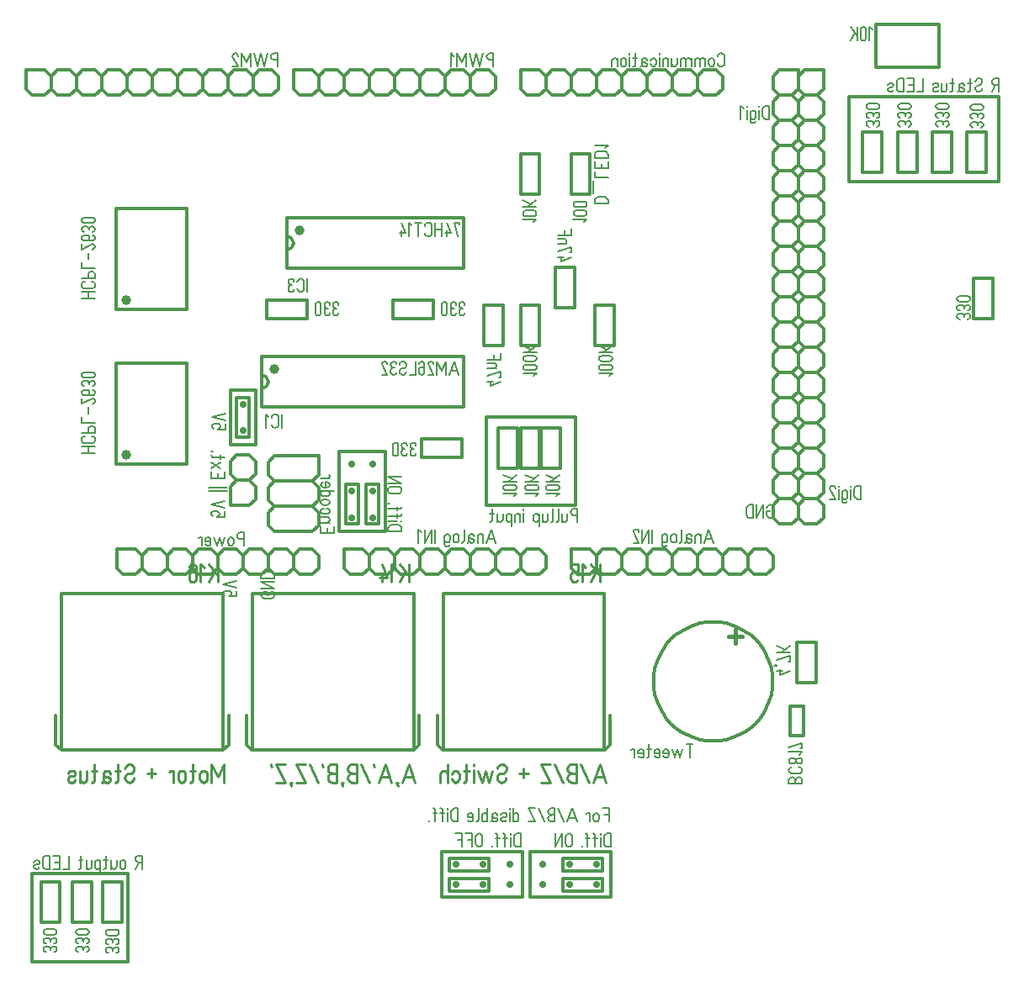
<source format=gbo>
%FSLAX35Y35*%
%MOIN*%
%IN7=Bestoeckungsdruckunten(X.GBO)*%
%ADD10C,0.00591*%
%ADD11C,0.00614*%
%ADD12C,0.00768*%
%ADD13C,0.00787*%
%ADD14C,0.01024*%
%ADD15C,0.01181*%
%ADD16C,0.01280*%
%ADD17C,0.01535*%
%ADD18C,0.01575*%
%ADD19C,0.01969*%
%ADD20C,0.02362*%
%ADD21C,0.02795*%
%ADD22C,0.03937*%
%ADD23C,0.12205*%
%ADD24C,0.13780*%
%ADD25C,0.14173*%
%AMR_26*21,1,0.01181,0.01181,0,0,0.000*%
%ADD26R_26*%
%AMR_27*21,1,0.01250,0.01250,0,0,0.000*%
%ADD27R_27*%
%AMR_28*21,1,0.01280,0.01280,0,0,0.000*%
%ADD28R_28*%
%AMR_29*21,1,0.01476,0.01476,0,0,0.000*%
%ADD29R_29*%
%AMR_30*21,1,0.01575,0.01575,0,0,0.000*%
%ADD30R_30*%
%AMR_31*21,1,0.01772,0.01772,0,0,0.000*%
%ADD31R_31*%
%AMR_32*21,1,0.01969,0.01969,0,0,0.000*%
%ADD32R_32*%
%AMR_33*21,1,0.02657,0.02657,0,0,0.000*%
%ADD33R_33*%
%AMR_34*21,1,0.04587,0.05433,0,0,90.000*%
%ADD34R_34*%
%AMR_35*21,1,0.05000,0.05000,0,0,0.000*%
%ADD35R_35*%
%AMR_36*21,1,0.05000,0.05000,0,0,90.000*%
%ADD36R_36*%
%AMR_37*21,1,0.05000,0.05000,0,0,180.000*%
%ADD37R_37*%
%AMR_38*21,1,0.05000,0.05000,0,0,270.000*%
%ADD38R_38*%
%AMR_39*21,1,0.05000,0.09843,0,0,0.000*%
%ADD39R_39*%
%AMR_40*21,1,0.05000,0.10000,0,0,90.000*%
%ADD40R_40*%
%AMR_41*21,1,0.12205,0.05118,0,0,90.000*%
%ADD41R_41*%
%AMR_42*21,1,0.12205,0.05118,0,0,180.000*%
%ADD42R_42*%
%AMR_43*21,1,0.19685,0.19685,0,0,0.000*%
%ADD43R_43*%
%AMOCT_44*4,1,8,0.029528,0.014764,0.014764,0.029528,-0.014764,0.029528,-0.029528,0.014764,-0.029528,-0.014764,-0.014764,-0.029528,0.014764,-0.029528,0.029528,-0.014764,0.029528,0.014764,0.000*%
%ADD44OCT_44*%
%AMOCT_45*4,1,8,0.029528,0.014764,0.014764,0.029528,-0.014764,0.029528,-0.029528,0.014764,-0.029528,-0.014764,-0.014764,-0.029528,0.014764,-0.029528,0.029528,-0.014764,0.029528,0.014764,180.000*%
%ADD45OCT_45*%
%AMOCT_46*4,1,8,0.031496,0.015748,0.015748,0.031496,-0.015748,0.031496,-0.031496,0.015748,-0.031496,-0.015748,-0.015748,-0.031496,0.015748,-0.031496,0.031496,-0.015748,0.031496,0.015748,-0.000*%
%ADD46OCT_46*%
%AMOCT_47*4,1,8,0.031496,0.015748,0.015748,0.031496,-0.015748,0.031496,-0.031496,0.015748,-0.031496,-0.015748,-0.015748,-0.031496,0.015748,-0.031496,0.031496,-0.015748,0.031496,0.015748,90.000*%
%ADD47OCT_47*%
%AMOCT_48*4,1,8,0.031496,0.015748,0.015748,0.031496,-0.015748,0.031496,-0.031496,0.015748,-0.031496,-0.015748,-0.015748,-0.031496,0.015748,-0.031496,0.031496,-0.015748,0.031496,0.015748,270.000*%
%ADD48OCT_48*%
%AMOCT_49*4,1,8,0.035433,0.017717,0.017717,0.035433,-0.017717,0.035433,-0.035433,0.017717,-0.035433,-0.017717,-0.017717,-0.035433,0.017717,-0.035433,0.035433,-0.017717,0.035433,0.017717,180.000*%
%ADD49OCT_49*%
%AMOCT_50*4,1,8,0.035433,0.017717,0.017717,0.035433,-0.017717,0.035433,-0.035433,0.017717,-0.035433,-0.017717,-0.017717,-0.035433,0.017717,-0.035433,0.035433,-0.017717,0.035433,0.017717,270.000*%
%ADD50OCT_50*%
%AMOCT_51*4,1,8,0.039370,0.019685,0.019685,0.039370,-0.019685,0.039370,-0.039370,0.019685,-0.039370,-0.019685,-0.019685,-0.039370,0.019685,-0.039370,0.039370,-0.019685,0.039370,0.019685,0.000*%
%ADD51OCT_51*%
%AMOCT_52*4,1,8,0.039370,0.019685,0.019685,0.039370,-0.019685,0.039370,-0.039370,0.019685,-0.039370,-0.019685,-0.019685,-0.039370,0.019685,-0.039370,0.039370,-0.019685,0.039370,0.019685,270.000*%
%ADD52OCT_52*%
%AMOCT_53*4,1,8,0.053150,0.026575,0.026575,0.053150,-0.026575,0.053150,-0.053150,0.026575,-0.053150,-0.026575,-0.026575,-0.053150,0.026575,-0.053150,0.053150,-0.026575,0.053150,0.026575,180.000*%
%ADD53OCT_53*%
%AMOCT_54*4,1,8,0.064961,0.032480,0.032480,0.064961,-0.032480,0.064961,-0.064961,0.032480,-0.064961,-0.032480,-0.032480,-0.064961,0.032480,-0.064961,0.064961,-0.032480,0.064961,0.032480,180.000*%
%ADD54OCT_54*%
%AMO_55*20,1,0.03937,-0.00787,0.00000,0.00787,0.00000,0*1,1,0.03937,-0.00787,0.00000*1,1,0.03937,0.00787,0.00000*%
%ADD55O_55*%
%AMO_56*20,1,0.05000,0.00000,-0.02421,0.00000,0.02421,0*1,1,0.05000,0.00000,-0.02421*1,1,0.05000,0.00000,0.02421*%
%ADD56O_56*%
%AMO_57*20,1,0.05000,0.02500,0.00000,-0.02500,0.00000,0*1,1,0.05000,0.02500,0.00000*1,1,0.05000,-0.02500,0.00000*%
%ADD57O_57*%
%AMRR_58*21,1,0.06299,0.05039,0,0,-0.000*21,1,0.05039,0.06299,0,0,-0.000*1,1,0.01260,0.02520,0.02520*1,1,0.01260,-0.02520,-0.02520*1,1,0.01260,0.02520,-0.02520*1,1,0.01260,-0.02520,0.02520*%
%ADD58RR_58*%
%AMRR_59*21,1,0.06299,0.05039,0,0,90.000*21,1,0.05039,0.06299,0,0,90.000*1,1,0.01260,-0.02520,0.02520*1,1,0.01260,0.02520,-0.02520*1,1,0.01260,0.02520,0.02520*1,1,0.01260,-0.02520,-0.02520*%
%ADD59RR_59*%
%AMRR_60*21,1,0.06299,0.05039,0,0,270.000*21,1,0.05039,0.06299,0,0,270.000*1,1,0.01260,0.02520,-0.02520*1,1,0.01260,-0.02520,0.02520*1,1,0.01260,-0.02520,-0.02520*1,1,0.01260,0.02520,0.02520*%
%ADD60RR_60*%
G54D12*
X103118Y373100D02*
X103118Y375757D01*
X101818Y375757D01*
X101818Y378444D02*
X101310Y378343D01*
X100879Y378055D01*
X100591Y377624D01*
X100490Y377116D01*
X100591Y376607D01*
X100879Y376176D01*
X101310Y375888D01*
X101818Y375787D01*
X101818Y378415D02*
X103118Y378415D01*
X103118Y375757D01*
X99102Y378415D02*
X97803Y373100D01*
X96444Y378415D01*
X95086Y373100D01*
X93787Y378415D01*
X92429Y373100D02*
X92429Y378415D01*
X90598Y374694D01*
X88708Y378415D01*
X88708Y373100D01*
X87350Y377352D02*
X87245Y377813D01*
X86950Y378183D01*
X86523Y378388D01*
X86050Y378388D01*
X85624Y378183D01*
X85329Y377813D01*
X85224Y377352D01*
X87350Y373100D01*
X85224Y373100D01*
X295203Y353582D02*
X295316Y353076D01*
X295613Y352651D01*
X296051Y352373D01*
X296562Y352283D01*
X297861Y352283D01*
X297861Y357598D01*
X296562Y357598D01*
X296051Y357508D01*
X295613Y357230D01*
X295316Y356805D01*
X295203Y356299D01*
X295203Y353582D01*
X293845Y352283D02*
X293845Y356003D01*
X293845Y357066D02*
X293845Y357598D01*
X290361Y351751D02*
X290475Y351272D01*
X290792Y350896D01*
X291245Y350703D01*
X291736Y350734D01*
X292161Y350983D01*
X292428Y351397D01*
X290361Y351751D02*
X290361Y354645D01*
X292487Y354645D02*
X292381Y355106D01*
X292086Y355476D01*
X291660Y355682D01*
X291187Y355682D01*
X290761Y355476D01*
X290466Y355106D01*
X290361Y354645D01*
X292487Y354645D02*
X292487Y353346D01*
X290361Y353346D02*
X290466Y352885D01*
X290761Y352515D01*
X291187Y352310D01*
X291660Y352310D01*
X292086Y352515D01*
X292381Y352885D01*
X292487Y353346D01*
X289002Y352283D02*
X289002Y356003D01*
X289002Y357066D02*
X289002Y357598D01*
X287644Y356535D02*
X286581Y357598D01*
X286581Y352283D01*
X331511Y202957D02*
X331624Y202451D01*
X331921Y202026D01*
X332359Y201748D01*
X332870Y201658D01*
X334169Y201658D01*
X334169Y206973D01*
X332870Y206973D01*
X332359Y206883D01*
X331921Y206605D01*
X331624Y206180D01*
X331511Y205674D01*
X331511Y202957D01*
X330153Y201658D02*
X330153Y205378D01*
X330153Y206441D02*
X330153Y206973D01*
X326669Y201126D02*
X326783Y200647D01*
X327100Y200271D01*
X327553Y200078D01*
X328044Y200109D01*
X328469Y200358D01*
X328736Y200772D01*
X326669Y201126D02*
X326669Y204020D01*
X328795Y204020D02*
X328690Y204481D01*
X328395Y204851D01*
X327968Y205057D01*
X327495Y205057D01*
X327069Y204851D01*
X326774Y204481D01*
X326669Y204020D01*
X328795Y204020D02*
X328795Y202721D01*
X326669Y202721D02*
X326774Y202260D01*
X327069Y201890D01*
X327495Y201685D01*
X327968Y201685D01*
X328395Y201890D01*
X328690Y202260D01*
X328795Y202721D01*
X325311Y201658D02*
X325311Y205378D01*
X325311Y206441D02*
X325311Y206973D01*
X323952Y205910D02*
X323847Y206371D01*
X323552Y206741D01*
X323126Y206946D01*
X322653Y206946D01*
X322227Y206741D01*
X321932Y206371D01*
X321826Y205910D01*
X323952Y201658D01*
X321826Y201658D01*
X89649Y183100D02*
X89649Y185757D01*
X88350Y185757D01*
X88350Y188444D02*
X87841Y188343D01*
X87410Y188055D01*
X87122Y187624D01*
X87021Y187116D01*
X87122Y186607D01*
X87410Y186176D01*
X87841Y185888D01*
X88350Y185787D01*
X88350Y188415D02*
X89649Y188415D01*
X89649Y185757D01*
X83507Y185462D02*
X83507Y184163D01*
X85633Y185462D02*
X85528Y185923D01*
X85233Y186293D01*
X84807Y186498D01*
X84334Y186498D01*
X83908Y186293D01*
X83613Y185923D01*
X83507Y185462D01*
X85633Y184163D02*
X85633Y185462D01*
X83507Y184163D02*
X83613Y183702D01*
X83908Y183332D01*
X84334Y183127D01*
X84807Y183127D01*
X85233Y183332D01*
X85528Y183702D01*
X85633Y184163D01*
X82149Y186584D02*
X81086Y183100D01*
X80023Y186584D01*
X78960Y183100D01*
X77897Y186584D01*
X76539Y184931D02*
X74413Y184931D01*
X74413Y185462D01*
X76539Y185462D02*
X76434Y185923D01*
X76139Y186293D01*
X75712Y186498D01*
X75239Y186498D01*
X74813Y186293D01*
X74518Y185923D01*
X74413Y185462D01*
X76539Y185462D02*
X76539Y184163D01*
X74472Y183809D02*
X74739Y183395D01*
X75163Y183146D01*
X75655Y183114D01*
X76108Y183307D01*
X76425Y183684D01*
X76539Y184163D01*
X73055Y183100D02*
X73055Y186584D01*
X73055Y185757D02*
X72974Y186123D01*
X72736Y186412D01*
X72392Y186561D01*
X72019Y186538D01*
X71696Y186348D01*
X189546Y184350D02*
X187715Y189665D01*
X185825Y184350D01*
X189014Y185944D02*
X186357Y185944D01*
X184467Y184350D02*
X184467Y187834D01*
X184467Y186712D02*
X184362Y187173D01*
X184067Y187543D01*
X183641Y187748D01*
X183167Y187748D01*
X182741Y187543D01*
X182446Y187173D01*
X182341Y186712D01*
X182341Y184350D01*
X180983Y186712D02*
X180878Y187173D01*
X180583Y187543D01*
X180156Y187748D01*
X179683Y187748D01*
X179257Y187543D01*
X178962Y187173D01*
X178857Y186712D01*
X178978Y186317D01*
X179281Y186036D01*
X179684Y185944D01*
X180215Y185944D01*
X180215Y184320D02*
X180614Y184427D01*
X180905Y184719D01*
X181012Y185118D01*
X180905Y185516D01*
X180614Y185808D01*
X180215Y185915D01*
X180215Y184350D02*
X179684Y184350D01*
X178857Y185118D02*
X178978Y184723D01*
X179281Y184442D01*
X179684Y184350D01*
X178857Y186712D02*
X178857Y184881D01*
X178325Y184350D01*
X176967Y189665D02*
X176967Y185118D01*
X176199Y184350D02*
X176583Y184453D01*
X176864Y184734D01*
X176967Y185118D01*
X172715Y186712D02*
X172715Y185413D01*
X174841Y186712D02*
X174736Y187173D01*
X174441Y187543D01*
X174015Y187748D01*
X173542Y187748D01*
X173115Y187543D01*
X172820Y187173D01*
X172715Y186712D01*
X174841Y185413D02*
X174841Y186712D01*
X172715Y185413D02*
X172820Y184952D01*
X173115Y184582D01*
X173542Y184377D01*
X174015Y184377D01*
X174441Y184582D01*
X174736Y184952D01*
X174841Y185413D01*
X169231Y183818D02*
X169345Y183339D01*
X169662Y182963D01*
X170115Y182770D01*
X170606Y182801D01*
X171031Y183050D01*
X171298Y183464D01*
X169231Y183818D02*
X169231Y186712D01*
X171357Y186712D02*
X171252Y187173D01*
X170957Y187543D01*
X170530Y187748D01*
X170057Y187748D01*
X169631Y187543D01*
X169336Y187173D01*
X169231Y186712D01*
X171357Y186712D02*
X171357Y185413D01*
X169231Y185413D02*
X169336Y184952D01*
X169631Y184582D01*
X170057Y184377D01*
X170530Y184377D01*
X170957Y184582D01*
X171252Y184952D01*
X171357Y185413D01*
X165333Y184350D02*
X165333Y189665D01*
X163975Y184350D02*
X163975Y189665D01*
X161317Y184350D01*
X161317Y189665D01*
X159959Y188602D02*
X158896Y189665D01*
X158896Y184350D01*
X275738Y184350D02*
X273907Y189665D01*
X272017Y184350D01*
X275206Y185944D02*
X272549Y185944D01*
X270659Y184350D02*
X270659Y187834D01*
X270659Y186712D02*
X270554Y187173D01*
X270259Y187543D01*
X269832Y187748D01*
X269359Y187748D01*
X268933Y187543D01*
X268638Y187173D01*
X268533Y186712D01*
X268533Y184350D01*
X267175Y186712D02*
X267069Y187173D01*
X266774Y187543D01*
X266348Y187748D01*
X265875Y187748D01*
X265449Y187543D01*
X265154Y187173D01*
X265049Y186712D01*
X265170Y186317D01*
X265473Y186036D01*
X265875Y185944D01*
X266407Y185944D01*
X266407Y184320D02*
X266806Y184427D01*
X267097Y184719D01*
X267204Y185118D01*
X267097Y185516D01*
X266806Y185808D01*
X266407Y185915D01*
X266407Y184350D02*
X265875Y184350D01*
X265049Y185118D02*
X265170Y184723D01*
X265473Y184442D01*
X265875Y184350D01*
X265049Y186712D02*
X265049Y184881D01*
X264517Y184350D01*
X263159Y189665D02*
X263159Y185118D01*
X262391Y184350D02*
X262775Y184453D01*
X263056Y184734D01*
X263159Y185118D01*
X258907Y186712D02*
X258907Y185413D01*
X261033Y186712D02*
X260928Y187173D01*
X260633Y187543D01*
X260207Y187748D01*
X259733Y187748D01*
X259307Y187543D01*
X259012Y187173D01*
X258907Y186712D01*
X261033Y185413D02*
X261033Y186712D01*
X258907Y185413D02*
X259012Y184952D01*
X259307Y184582D01*
X259733Y184377D01*
X260207Y184377D01*
X260633Y184582D01*
X260928Y184952D01*
X261033Y185413D01*
X255423Y183818D02*
X255537Y183339D01*
X255854Y182963D01*
X256307Y182770D01*
X256798Y182801D01*
X257223Y183050D01*
X257490Y183464D01*
X255423Y183818D02*
X255423Y186712D01*
X257549Y186712D02*
X257443Y187173D01*
X257148Y187543D01*
X256722Y187748D01*
X256249Y187748D01*
X255823Y187543D01*
X255528Y187173D01*
X255423Y186712D01*
X257549Y186712D02*
X257549Y185413D01*
X255423Y185413D02*
X255528Y184952D01*
X255823Y184582D01*
X256249Y184377D01*
X256722Y184377D01*
X257148Y184582D01*
X257443Y184952D01*
X257549Y185413D01*
X251525Y184350D02*
X251525Y189665D01*
X250167Y184350D02*
X250167Y189665D01*
X247509Y184350D01*
X247509Y189665D01*
X246151Y188602D02*
X246046Y189063D01*
X245751Y189433D01*
X245325Y189638D01*
X244852Y189638D01*
X244425Y189433D01*
X244130Y189063D01*
X244025Y188602D01*
X246151Y184350D01*
X244025Y184350D01*
X280070Y377116D02*
X279969Y377624D01*
X279681Y378055D01*
X279250Y378343D01*
X278742Y378444D01*
X278233Y378343D01*
X277802Y378055D01*
X277514Y377624D01*
X277413Y377116D01*
X280041Y377116D02*
X280041Y374399D01*
X277413Y374399D02*
X277514Y373891D01*
X277802Y373460D01*
X278233Y373172D01*
X278742Y373070D01*
X279250Y373172D01*
X279681Y373460D01*
X279969Y373891D01*
X280070Y374399D01*
X273899Y375462D02*
X273899Y374163D01*
X276025Y375462D02*
X275920Y375923D01*
X275625Y376293D01*
X275199Y376498D01*
X274726Y376498D01*
X274299Y376293D01*
X274004Y375923D01*
X273899Y375462D01*
X276025Y374163D02*
X276025Y375462D01*
X273899Y374163D02*
X274004Y373702D01*
X274299Y373332D01*
X274726Y373127D01*
X275199Y373127D01*
X275625Y373332D01*
X275920Y373702D01*
X276025Y374163D01*
X272541Y373100D02*
X272541Y376584D01*
X272541Y375462D02*
X272436Y375923D01*
X272141Y376293D01*
X271714Y376498D01*
X271241Y376498D01*
X270815Y376293D01*
X270520Y375923D01*
X270415Y375462D01*
X270415Y373100D01*
X270415Y375462D02*
X270310Y375923D01*
X270015Y376293D01*
X269588Y376498D01*
X269115Y376498D01*
X268689Y376293D01*
X268394Y375923D01*
X268289Y375462D01*
X268289Y373100D01*
X266931Y373100D02*
X266931Y376584D01*
X266931Y375462D02*
X266825Y375923D01*
X266530Y376293D01*
X266104Y376498D01*
X265631Y376498D01*
X265205Y376293D01*
X264910Y375923D01*
X264805Y375462D01*
X264805Y373100D01*
X264805Y375462D02*
X264699Y375923D01*
X264404Y376293D01*
X263978Y376498D01*
X263505Y376498D01*
X263079Y376293D01*
X262784Y375923D01*
X262679Y375462D01*
X262679Y373100D01*
X261320Y376584D02*
X261320Y374163D01*
X259194Y374163D02*
X259300Y373702D01*
X259595Y373332D01*
X260021Y373127D01*
X260494Y373127D01*
X260920Y373332D01*
X261215Y373702D01*
X261320Y374163D01*
X259194Y376584D02*
X259194Y373100D01*
X257836Y373100D02*
X257836Y376584D01*
X257836Y375462D02*
X257731Y375923D01*
X257436Y376293D01*
X257010Y376498D01*
X256537Y376498D01*
X256110Y376293D01*
X255815Y375923D01*
X255710Y375462D01*
X255710Y373100D01*
X254352Y373100D02*
X254352Y376820D01*
X254352Y377883D02*
X254352Y378415D01*
X252994Y375462D02*
X252888Y375923D01*
X252593Y376293D01*
X252167Y376498D01*
X251694Y376498D01*
X251268Y376293D01*
X250973Y375923D01*
X250868Y375462D01*
X252994Y375462D02*
X252994Y374163D01*
X250868Y374163D02*
X250973Y373702D01*
X251268Y373332D01*
X251694Y373127D01*
X252167Y373127D01*
X252593Y373332D01*
X252888Y373702D01*
X252994Y374163D01*
X249509Y375462D02*
X249404Y375923D01*
X249109Y376293D01*
X248683Y376498D01*
X248210Y376498D01*
X247784Y376293D01*
X247489Y375923D01*
X247383Y375462D01*
X247505Y375067D01*
X247807Y374786D01*
X248210Y374694D01*
X248742Y374694D01*
X248742Y373070D02*
X249140Y373177D01*
X249432Y373469D01*
X249539Y373868D01*
X249432Y374266D01*
X249140Y374558D01*
X248742Y374665D01*
X248742Y373100D02*
X248210Y373100D01*
X247383Y373868D02*
X247505Y373473D01*
X247807Y373192D01*
X248210Y373100D01*
X247383Y375462D02*
X247383Y373631D01*
X246852Y373100D01*
X245494Y376584D02*
X243899Y376584D01*
X244726Y378415D02*
X244726Y373868D01*
X243899Y373100D02*
X244302Y373192D01*
X244604Y373473D01*
X244726Y373868D01*
X242541Y373100D02*
X242541Y376820D01*
X242541Y377883D02*
X242541Y378415D01*
X239057Y375462D02*
X239057Y374163D01*
X241183Y375462D02*
X241077Y375923D01*
X240782Y376293D01*
X240356Y376498D01*
X239883Y376498D01*
X239457Y376293D01*
X239162Y375923D01*
X239057Y375462D01*
X241183Y374163D02*
X241183Y375462D01*
X239057Y374163D02*
X239162Y373702D01*
X239457Y373332D01*
X239883Y373127D01*
X240356Y373127D01*
X240782Y373332D01*
X241077Y373702D01*
X241183Y374163D01*
X237698Y373100D02*
X237698Y376584D01*
X237698Y375462D02*
X237593Y375923D01*
X237298Y376293D01*
X236872Y376498D01*
X236399Y376498D01*
X235973Y376293D01*
X235678Y375923D01*
X235572Y375462D01*
X235572Y373100D01*
X188527Y373100D02*
X188527Y375757D01*
X187228Y375757D01*
X187228Y378444D02*
X186719Y378343D01*
X186288Y378055D01*
X186000Y377624D01*
X185899Y377116D01*
X186000Y376607D01*
X186288Y376176D01*
X186719Y375888D01*
X187228Y375787D01*
X187228Y378415D02*
X188527Y378415D01*
X188527Y375757D01*
X184511Y378415D02*
X183212Y373100D01*
X181854Y378415D01*
X180496Y373100D01*
X179196Y378415D01*
X177838Y373100D02*
X177838Y378415D01*
X176007Y374694D01*
X174118Y378415D01*
X174118Y373100D01*
X172759Y377352D02*
X171696Y378415D01*
X171696Y373100D01*
X229930Y321387D02*
X229424Y321275D01*
X228999Y320977D01*
X228721Y320539D01*
X228631Y320029D01*
X228631Y318729D01*
X233946Y318729D01*
X233946Y320029D01*
X233856Y320539D01*
X233578Y320977D01*
X233153Y321275D01*
X232646Y321387D01*
X229930Y321387D01*
X228217Y327765D02*
X228217Y322745D01*
X233946Y329123D02*
X228631Y329123D01*
X228631Y331485D01*
X233946Y335501D02*
X233946Y332844D01*
X231288Y332844D01*
X231288Y334674D01*
X231288Y332844D02*
X228631Y332844D01*
X228631Y335501D01*
X229930Y339517D02*
X229424Y339405D01*
X228999Y339107D01*
X228721Y338669D01*
X228631Y338159D01*
X228631Y336859D01*
X233946Y336859D01*
X233946Y338159D01*
X233856Y338669D01*
X233578Y339107D01*
X233153Y339405D01*
X232646Y339517D01*
X229930Y339517D01*
X232883Y340875D02*
X233946Y341938D01*
X228631Y341938D01*
X224496Y311570D02*
X225559Y312633D01*
X220244Y312633D01*
X224496Y316118D02*
X221307Y316118D01*
X224496Y313992D02*
X224957Y314097D01*
X225327Y314392D01*
X225533Y314818D01*
X225533Y315291D01*
X225327Y315717D01*
X224957Y316012D01*
X224496Y316118D01*
X221307Y313992D02*
X224496Y313992D01*
X221307Y316118D02*
X220846Y316012D01*
X220476Y315717D01*
X220271Y315291D01*
X220271Y314818D01*
X220476Y314392D01*
X220846Y314097D01*
X221307Y313992D01*
X224496Y319602D02*
X221307Y319602D01*
X224496Y317476D02*
X224957Y317581D01*
X225327Y317876D01*
X225533Y318302D01*
X225533Y318775D01*
X225327Y319202D01*
X224957Y319497D01*
X224496Y319602D01*
X221307Y317476D02*
X224496Y317476D01*
X221307Y319602D02*
X220846Y319497D01*
X220476Y319202D01*
X220271Y318775D01*
X220271Y318302D01*
X220476Y317876D01*
X220846Y317581D01*
X221307Y317476D01*
X204496Y311487D02*
X205559Y312550D01*
X200244Y312550D01*
X204496Y316034D02*
X201307Y316034D01*
X204496Y313908D02*
X204957Y314013D01*
X205327Y314308D01*
X205533Y314734D01*
X205533Y315208D01*
X205327Y315634D01*
X204957Y315929D01*
X204496Y316034D01*
X201307Y313908D02*
X204496Y313908D01*
X201307Y316034D02*
X200846Y315929D01*
X200476Y315634D01*
X200271Y315208D01*
X200271Y314734D01*
X200476Y314308D01*
X200846Y314013D01*
X201307Y313908D01*
X200244Y317392D02*
X205559Y317392D01*
X202075Y317392D02*
X205559Y320050D01*
X203433Y318455D02*
X200244Y320050D01*
X337363Y351470D02*
X336902Y351365D01*
X336532Y351070D01*
X336327Y350643D01*
X336327Y350170D01*
X336532Y349744D01*
X336902Y349449D01*
X337363Y349344D01*
X338131Y351470D02*
X337363Y351470D01*
X339194Y350407D02*
X339113Y350814D01*
X338882Y351159D01*
X338538Y351389D01*
X338131Y351470D01*
X339194Y350112D02*
X339194Y350407D01*
X339194Y350112D01*
X340316Y351470D02*
X339895Y351398D01*
X339534Y351171D01*
X339288Y350823D01*
X339194Y350407D01*
X340552Y351470D02*
X340316Y351470D01*
X340552Y349344D02*
X341013Y349449D01*
X341383Y349744D01*
X341588Y350170D01*
X341588Y350643D01*
X341383Y351070D01*
X341013Y351365D01*
X340552Y351470D01*
X337363Y354954D02*
X336902Y354849D01*
X336532Y354554D01*
X336327Y354128D01*
X336327Y353655D01*
X336532Y353228D01*
X336902Y352933D01*
X337363Y352828D01*
X338131Y354954D02*
X337363Y354954D01*
X339194Y353891D02*
X339113Y354298D01*
X338882Y354643D01*
X338538Y354873D01*
X338131Y354954D01*
X339194Y353596D02*
X339194Y353891D01*
X339194Y353596D01*
X340316Y354954D02*
X339895Y354882D01*
X339534Y354655D01*
X339288Y354307D01*
X339194Y353891D01*
X340552Y354954D02*
X340316Y354954D01*
X340552Y352828D02*
X341013Y352933D01*
X341383Y353228D01*
X341588Y353655D01*
X341588Y354128D01*
X341383Y354554D01*
X341013Y354849D01*
X340552Y354954D01*
X340552Y358438D02*
X337363Y358438D01*
X340552Y356312D02*
X341013Y356418D01*
X341383Y356713D01*
X341588Y357139D01*
X341588Y357612D01*
X341383Y358038D01*
X341013Y358333D01*
X340552Y358438D01*
X337363Y356312D02*
X340552Y356312D01*
X337363Y358438D02*
X336902Y358333D01*
X336532Y358038D01*
X336327Y357612D01*
X336327Y357139D01*
X336532Y356713D01*
X336902Y356418D01*
X337363Y356312D01*
X349863Y351470D02*
X349402Y351365D01*
X349032Y351070D01*
X348827Y350643D01*
X348827Y350170D01*
X349032Y349744D01*
X349402Y349449D01*
X349863Y349344D01*
X350631Y351470D02*
X349863Y351470D01*
X351694Y350407D02*
X351613Y350814D01*
X351382Y351159D01*
X351038Y351389D01*
X350631Y351470D01*
X351694Y350112D02*
X351694Y350407D01*
X351694Y350112D01*
X352816Y351470D02*
X352395Y351398D01*
X352034Y351171D01*
X351788Y350823D01*
X351694Y350407D01*
X353052Y351470D02*
X352816Y351470D01*
X353052Y349344D02*
X353513Y349449D01*
X353883Y349744D01*
X354088Y350170D01*
X354088Y350643D01*
X353883Y351070D01*
X353513Y351365D01*
X353052Y351470D01*
X349863Y354954D02*
X349402Y354849D01*
X349032Y354554D01*
X348827Y354128D01*
X348827Y353655D01*
X349032Y353228D01*
X349402Y352933D01*
X349863Y352828D01*
X350631Y354954D02*
X349863Y354954D01*
X351694Y353891D02*
X351613Y354298D01*
X351382Y354643D01*
X351038Y354873D01*
X350631Y354954D01*
X351694Y353596D02*
X351694Y353891D01*
X351694Y353596D01*
X352816Y354954D02*
X352395Y354882D01*
X352034Y354655D01*
X351788Y354307D01*
X351694Y353891D01*
X353052Y354954D02*
X352816Y354954D01*
X353052Y352828D02*
X353513Y352933D01*
X353883Y353228D01*
X354088Y353655D01*
X354088Y354128D01*
X353883Y354554D01*
X353513Y354849D01*
X353052Y354954D01*
X353052Y358438D02*
X349863Y358438D01*
X353052Y356312D02*
X353513Y356418D01*
X353883Y356713D01*
X354088Y357139D01*
X354088Y357612D01*
X353883Y358038D01*
X353513Y358333D01*
X353052Y358438D01*
X349863Y356312D02*
X353052Y356312D01*
X349863Y358438D02*
X349402Y358333D01*
X349032Y358038D01*
X348827Y357612D01*
X348827Y357139D01*
X349032Y356713D01*
X349402Y356418D01*
X349863Y356312D01*
X364863Y351470D02*
X364402Y351365D01*
X364032Y351070D01*
X363827Y350643D01*
X363827Y350170D01*
X364032Y349744D01*
X364402Y349449D01*
X364863Y349344D01*
X365631Y351470D02*
X364863Y351470D01*
X366694Y350407D02*
X366613Y350814D01*
X366382Y351159D01*
X366038Y351389D01*
X365631Y351470D01*
X366694Y350112D02*
X366694Y350407D01*
X366694Y350112D01*
X367816Y351470D02*
X367395Y351398D01*
X367034Y351171D01*
X366788Y350823D01*
X366694Y350407D01*
X368052Y351470D02*
X367816Y351470D01*
X368052Y349344D02*
X368513Y349449D01*
X368883Y349744D01*
X369088Y350170D01*
X369088Y350643D01*
X368883Y351070D01*
X368513Y351365D01*
X368052Y351470D01*
X364863Y354954D02*
X364402Y354849D01*
X364032Y354554D01*
X363827Y354128D01*
X363827Y353655D01*
X364032Y353228D01*
X364402Y352933D01*
X364863Y352828D01*
X365631Y354954D02*
X364863Y354954D01*
X366694Y353891D02*
X366613Y354298D01*
X366382Y354643D01*
X366038Y354873D01*
X365631Y354954D01*
X366694Y353596D02*
X366694Y353891D01*
X366694Y353596D01*
X367816Y354954D02*
X367395Y354882D01*
X367034Y354655D01*
X366788Y354307D01*
X366694Y353891D01*
X368052Y354954D02*
X367816Y354954D01*
X368052Y352828D02*
X368513Y352933D01*
X368883Y353228D01*
X369088Y353655D01*
X369088Y354128D01*
X368883Y354554D01*
X368513Y354849D01*
X368052Y354954D01*
X368052Y358438D02*
X364863Y358438D01*
X368052Y356312D02*
X368513Y356418D01*
X368883Y356713D01*
X369088Y357139D01*
X369088Y357612D01*
X368883Y358038D01*
X368513Y358333D01*
X368052Y358438D01*
X364863Y356312D02*
X368052Y356312D01*
X364863Y358438D02*
X364402Y358333D01*
X364032Y358038D01*
X363827Y357612D01*
X363827Y357139D01*
X364032Y356713D01*
X364402Y356418D01*
X364863Y356312D01*
X378519Y351111D02*
X378058Y351005D01*
X377688Y350710D01*
X377483Y350284D01*
X377483Y349811D01*
X377688Y349385D01*
X378058Y349090D01*
X378519Y348985D01*
X379287Y351111D02*
X378519Y351111D01*
X380350Y350048D02*
X380269Y350454D01*
X380039Y350799D01*
X379694Y351030D01*
X379287Y351111D01*
X380350Y349752D02*
X380350Y350048D01*
X380350Y349752D01*
X381472Y351111D02*
X381052Y351039D01*
X380691Y350812D01*
X380445Y350464D01*
X380350Y350048D01*
X381708Y351111D02*
X381472Y351111D01*
X381708Y348985D02*
X382170Y349090D01*
X382540Y349385D01*
X382745Y349811D01*
X382745Y350284D01*
X382540Y350710D01*
X382170Y351005D01*
X381708Y351111D01*
X378519Y354595D02*
X378058Y354490D01*
X377688Y354195D01*
X377483Y353768D01*
X377483Y353295D01*
X377688Y352869D01*
X378058Y352574D01*
X378519Y352469D01*
X379287Y354595D02*
X378519Y354595D01*
X380350Y353532D02*
X380269Y353939D01*
X380039Y354284D01*
X379694Y354514D01*
X379287Y354595D01*
X380350Y353237D02*
X380350Y353532D01*
X380350Y353237D01*
X381472Y354595D02*
X381052Y354523D01*
X380691Y354296D01*
X380445Y353948D01*
X380350Y353532D01*
X381708Y354595D02*
X381472Y354595D01*
X381708Y352469D02*
X382170Y352574D01*
X382540Y352869D01*
X382745Y353295D01*
X382745Y353768D01*
X382540Y354195D01*
X382170Y354490D01*
X381708Y354595D01*
X381708Y358079D02*
X378519Y358079D01*
X381708Y355953D02*
X382170Y356058D01*
X382540Y356353D01*
X382745Y356780D01*
X382745Y357253D01*
X382540Y357679D01*
X382170Y357974D01*
X381708Y358079D01*
X378519Y355953D02*
X381708Y355953D01*
X378519Y358079D02*
X378058Y357974D01*
X377688Y357679D01*
X377483Y357253D01*
X377483Y356780D01*
X377688Y356353D01*
X378058Y356058D01*
X378519Y355953D01*
X373276Y275138D02*
X372815Y275033D01*
X372445Y274738D01*
X372239Y274312D01*
X372239Y273839D01*
X372445Y273413D01*
X372815Y273118D01*
X373276Y273012D01*
X374043Y275138D02*
X373276Y275138D01*
X375106Y274075D02*
X375026Y274482D01*
X374795Y274827D01*
X374450Y275057D01*
X374043Y275138D01*
X375106Y273780D02*
X375106Y274075D01*
X375106Y273780D01*
X376229Y275138D02*
X375808Y275067D01*
X375447Y274839D01*
X375201Y274491D01*
X375106Y274075D01*
X376465Y275138D02*
X376229Y275138D01*
X376465Y273012D02*
X376926Y273118D01*
X377296Y273413D01*
X377501Y273839D01*
X377501Y274312D01*
X377296Y274738D01*
X376926Y275033D01*
X376465Y275138D01*
X373276Y278623D02*
X372815Y278517D01*
X372445Y278222D01*
X372239Y277796D01*
X372239Y277323D01*
X372445Y276897D01*
X372815Y276602D01*
X373276Y276497D01*
X374043Y278623D02*
X373276Y278623D01*
X375106Y277560D02*
X375026Y277966D01*
X374795Y278311D01*
X374450Y278542D01*
X374043Y278623D01*
X375106Y277264D02*
X375106Y277560D01*
X375106Y277264D01*
X376229Y278623D02*
X375808Y278551D01*
X375447Y278324D01*
X375201Y277976D01*
X375106Y277560D01*
X376465Y278623D02*
X376229Y278623D01*
X376465Y276497D02*
X376926Y276602D01*
X377296Y276897D01*
X377501Y277323D01*
X377501Y277796D01*
X377296Y278222D01*
X376926Y278517D01*
X376465Y278623D01*
X376465Y282107D02*
X373276Y282107D01*
X376465Y279981D02*
X376926Y280086D01*
X377296Y280381D01*
X377501Y280807D01*
X377501Y281280D01*
X377296Y281707D01*
X376926Y282002D01*
X376465Y282107D01*
X373276Y279981D02*
X376465Y279981D01*
X373276Y282107D02*
X372815Y282002D01*
X372445Y281707D01*
X372239Y281280D01*
X372239Y280807D01*
X372445Y280381D01*
X372815Y280086D01*
X373276Y279981D01*
X104744Y229976D02*
X104744Y235291D01*
X103415Y233992D02*
X103314Y234500D01*
X103026Y234931D01*
X102595Y235219D01*
X102086Y235320D01*
X101578Y235219D01*
X101147Y234931D01*
X100859Y234500D01*
X100757Y233992D01*
X103385Y233992D02*
X103385Y231275D01*
X100757Y231275D02*
X100859Y230767D01*
X101147Y230336D01*
X101578Y230047D01*
X102086Y229946D01*
X102595Y230047D01*
X103026Y230336D01*
X103314Y230767D01*
X103415Y231275D01*
X99370Y234228D02*
X98307Y235291D01*
X98307Y229976D01*
X174896Y250851D02*
X173065Y256166D01*
X171176Y250851D01*
X174365Y252445D02*
X171707Y252445D01*
X169817Y250851D02*
X169817Y256166D01*
X167987Y252445D01*
X166097Y256166D01*
X166097Y250851D01*
X164739Y255103D02*
X164633Y255564D01*
X164338Y255934D01*
X163912Y256139D01*
X163439Y256139D01*
X163013Y255934D01*
X162718Y255564D01*
X162613Y255103D01*
X164739Y250851D01*
X162613Y250851D01*
X161254Y255103D02*
X161149Y255564D01*
X160854Y255934D01*
X160428Y256139D01*
X159955Y256139D01*
X159529Y255934D01*
X159234Y255564D01*
X159128Y255103D01*
X161254Y255103D02*
X161254Y251914D01*
X159128Y251914D02*
X159234Y251453D01*
X159529Y251083D01*
X159955Y250878D01*
X160428Y250878D01*
X160854Y251083D01*
X161149Y251453D01*
X161254Y251914D01*
X159128Y251914D02*
X159128Y252977D01*
X161254Y252977D02*
X161149Y253438D01*
X160854Y253808D01*
X160428Y254013D01*
X159955Y254013D01*
X159529Y253808D01*
X159234Y253438D01*
X159128Y252977D01*
X157770Y256166D02*
X157770Y250851D01*
X155408Y250851D01*
X152750Y253508D02*
X153315Y253631D01*
X153777Y253977D01*
X154054Y254484D01*
X154095Y255060D01*
X153893Y255601D01*
X153485Y256009D01*
X152944Y256211D01*
X152368Y256170D01*
X151861Y255893D01*
X151515Y255431D01*
X151392Y254867D01*
X152750Y253508D02*
X152196Y253400D01*
X151737Y253072D01*
X151455Y252582D01*
X151402Y252020D01*
X151588Y251487D01*
X151978Y251078D01*
X152503Y250869D01*
X153067Y250897D01*
X153569Y251157D01*
X153917Y251601D01*
X154050Y252150D01*
X147908Y251914D02*
X148013Y251453D01*
X148308Y251083D01*
X148734Y250878D01*
X149207Y250878D01*
X149634Y251083D01*
X149929Y251453D01*
X150034Y251914D01*
X147908Y252682D02*
X147908Y251914D01*
X148971Y253745D02*
X148564Y253664D01*
X148219Y253433D01*
X147989Y253088D01*
X147908Y252682D01*
X149266Y253745D02*
X148971Y253745D01*
X149266Y253745D01*
X147908Y254867D02*
X147980Y254446D01*
X148207Y254085D01*
X148555Y253839D01*
X148971Y253745D01*
X147908Y255103D02*
X147908Y254867D01*
X150034Y255103D02*
X149929Y255564D01*
X149634Y255934D01*
X149207Y256139D01*
X148734Y256139D01*
X148308Y255934D01*
X148013Y255564D01*
X147908Y255103D01*
X146550Y255103D02*
X146444Y255564D01*
X146149Y255934D01*
X145723Y256139D01*
X145250Y256139D01*
X144824Y255934D01*
X144529Y255564D01*
X144424Y255103D01*
X146550Y250851D01*
X144424Y250851D01*
X175084Y275488D02*
X175189Y275027D01*
X175484Y274657D01*
X175911Y274452D01*
X176384Y274452D01*
X176810Y274657D01*
X177105Y275027D01*
X177210Y275488D01*
X175084Y276256D02*
X175084Y275488D01*
X176147Y277319D02*
X175740Y277238D01*
X175396Y277007D01*
X175165Y276663D01*
X175084Y276256D01*
X176442Y277319D02*
X176147Y277319D01*
X176442Y277319D01*
X175084Y278441D02*
X175156Y278020D01*
X175383Y277659D01*
X175731Y277413D01*
X176147Y277319D01*
X175084Y278677D02*
X175084Y278441D01*
X177210Y278677D02*
X177105Y279138D01*
X176810Y279508D01*
X176384Y279713D01*
X175911Y279713D01*
X175484Y279508D01*
X175189Y279138D01*
X175084Y278677D01*
X171600Y275488D02*
X171705Y275027D01*
X172000Y274657D01*
X172426Y274452D01*
X172899Y274452D01*
X173326Y274657D01*
X173621Y275027D01*
X173726Y275488D01*
X171600Y276256D02*
X171600Y275488D01*
X172663Y277319D02*
X172256Y277238D01*
X171911Y277007D01*
X171681Y276663D01*
X171600Y276256D01*
X172958Y277319D02*
X172663Y277319D01*
X172958Y277319D01*
X171600Y278441D02*
X171672Y278020D01*
X171899Y277659D01*
X172247Y277413D01*
X172663Y277319D01*
X171600Y278677D02*
X171600Y278441D01*
X173726Y278677D02*
X173621Y279138D01*
X173326Y279508D01*
X172899Y279713D01*
X172426Y279713D01*
X172000Y279508D01*
X171705Y279138D01*
X171600Y278677D01*
X168116Y278677D02*
X168116Y275488D01*
X170242Y278677D02*
X170136Y279138D01*
X169841Y279508D01*
X169415Y279713D01*
X168942Y279713D01*
X168516Y279508D01*
X168221Y279138D01*
X168116Y278677D01*
X170242Y275488D02*
X170242Y278677D01*
X168116Y275488D02*
X168221Y275027D01*
X168516Y274657D01*
X168942Y274452D01*
X169415Y274452D01*
X169841Y274657D01*
X170136Y275027D01*
X170242Y275488D01*
X155714Y219769D02*
X155819Y219308D01*
X156114Y218938D01*
X156541Y218733D01*
X157014Y218733D01*
X157440Y218938D01*
X157735Y219308D01*
X157840Y219769D01*
X155714Y220537D02*
X155714Y219769D01*
X156777Y221600D02*
X156370Y221519D01*
X156025Y221289D01*
X155795Y220944D01*
X155714Y220537D01*
X157072Y221600D02*
X156777Y221600D01*
X157072Y221600D01*
X155714Y222722D02*
X155786Y222302D01*
X156013Y221941D01*
X156361Y221695D01*
X156777Y221600D01*
X155714Y222958D02*
X155714Y222722D01*
X157840Y222958D02*
X157735Y223420D01*
X157440Y223790D01*
X157014Y223995D01*
X156541Y223995D01*
X156114Y223790D01*
X155819Y223420D01*
X155714Y222958D01*
X152230Y219769D02*
X152335Y219308D01*
X152630Y218938D01*
X153056Y218733D01*
X153529Y218733D01*
X153956Y218938D01*
X154251Y219308D01*
X154356Y219769D01*
X152230Y220537D02*
X152230Y219769D01*
X153293Y221600D02*
X152886Y221519D01*
X152541Y221289D01*
X152311Y220944D01*
X152230Y220537D01*
X153588Y221600D02*
X153293Y221600D01*
X153588Y221600D01*
X152230Y222722D02*
X152302Y222302D01*
X152529Y221941D01*
X152877Y221695D01*
X153293Y221600D01*
X152230Y222958D02*
X152230Y222722D01*
X154356Y222958D02*
X154251Y223420D01*
X153956Y223790D01*
X153529Y223995D01*
X153056Y223995D01*
X152630Y223790D01*
X152335Y223420D01*
X152230Y222958D01*
X148746Y222958D02*
X148746Y219769D01*
X150872Y222958D02*
X150766Y223420D01*
X150471Y223790D01*
X150045Y223995D01*
X149572Y223995D01*
X149146Y223790D01*
X148851Y223420D01*
X148746Y222958D01*
X150872Y219769D02*
X150872Y222958D01*
X148746Y219769D02*
X148851Y219308D01*
X149146Y218938D01*
X149572Y218733D01*
X150045Y218733D01*
X150471Y218938D01*
X150766Y219308D01*
X150872Y219769D01*
X125084Y275488D02*
X125189Y275027D01*
X125484Y274657D01*
X125911Y274452D01*
X126384Y274452D01*
X126810Y274657D01*
X127105Y275027D01*
X127210Y275488D01*
X125084Y276256D02*
X125084Y275488D01*
X126147Y277319D02*
X125740Y277238D01*
X125396Y277007D01*
X125165Y276663D01*
X125084Y276256D01*
X126442Y277319D02*
X126147Y277319D01*
X126442Y277319D01*
X125084Y278441D02*
X125156Y278020D01*
X125383Y277659D01*
X125731Y277413D01*
X126147Y277319D01*
X125084Y278677D02*
X125084Y278441D01*
X127210Y278677D02*
X127105Y279138D01*
X126810Y279508D01*
X126384Y279713D01*
X125911Y279713D01*
X125484Y279508D01*
X125189Y279138D01*
X125084Y278677D01*
X121600Y275488D02*
X121705Y275027D01*
X122000Y274657D01*
X122426Y274452D01*
X122899Y274452D01*
X123326Y274657D01*
X123621Y275027D01*
X123726Y275488D01*
X121600Y276256D02*
X121600Y275488D01*
X122663Y277319D02*
X122256Y277238D01*
X121911Y277007D01*
X121681Y276663D01*
X121600Y276256D01*
X122958Y277319D02*
X122663Y277319D01*
X122958Y277319D01*
X121600Y278441D02*
X121672Y278020D01*
X121899Y277659D01*
X122247Y277413D01*
X122663Y277319D01*
X121600Y278677D02*
X121600Y278441D01*
X123726Y278677D02*
X123621Y279138D01*
X123326Y279508D01*
X122899Y279713D01*
X122426Y279713D01*
X122000Y279508D01*
X121705Y279138D01*
X121600Y278677D01*
X118116Y278677D02*
X118116Y275488D01*
X120242Y278677D02*
X120136Y279138D01*
X119841Y279508D01*
X119415Y279713D01*
X118942Y279713D01*
X118516Y279508D01*
X118221Y279138D01*
X118116Y278677D01*
X120242Y275488D02*
X120242Y278677D01*
X118116Y275488D02*
X118221Y275027D01*
X118516Y274657D01*
X118942Y274452D01*
X119415Y274452D01*
X119841Y274657D01*
X120136Y275027D01*
X120242Y275488D01*
X77913Y196788D02*
X77474Y196694D01*
X77113Y196426D01*
X76895Y196033D01*
X76858Y195585D01*
X77010Y195162D01*
X77322Y194840D01*
X77913Y196788D02*
X78976Y196788D01*
X78976Y194662D02*
X79437Y194768D01*
X79807Y195063D01*
X80012Y195489D01*
X80012Y195962D01*
X79807Y196388D01*
X79437Y196683D01*
X78976Y196788D01*
X78976Y194662D02*
X82165Y194662D01*
X82165Y196788D01*
X82165Y198147D02*
X76850Y199446D01*
X82165Y200804D01*
X83228Y204702D02*
X75787Y204702D01*
X83228Y206060D02*
X75787Y206060D01*
X82165Y212615D02*
X82165Y209958D01*
X79507Y209958D01*
X79507Y211788D01*
X79507Y209958D02*
X76850Y209958D01*
X76850Y212615D01*
X76850Y213973D02*
X80334Y216099D01*
X80334Y213973D02*
X76850Y216099D01*
X80334Y217458D02*
X80334Y219052D01*
X82165Y218225D02*
X77618Y218225D01*
X76850Y219052D02*
X76942Y218649D01*
X77223Y218347D01*
X77618Y218225D01*
X77381Y220410D02*
X76850Y220410D01*
X114911Y283726D02*
X114911Y289041D01*
X113582Y287742D02*
X113481Y288250D01*
X113193Y288681D01*
X112762Y288969D01*
X112253Y289070D01*
X111745Y288969D01*
X111314Y288681D01*
X111026Y288250D01*
X110925Y287742D01*
X113553Y287742D02*
X113553Y285025D01*
X110925Y285025D02*
X111026Y284517D01*
X111314Y284086D01*
X111745Y283797D01*
X112253Y283696D01*
X112762Y283797D01*
X113193Y284086D01*
X113481Y284517D01*
X113582Y285025D01*
X107411Y284789D02*
X107516Y284328D01*
X107811Y283958D01*
X108237Y283753D01*
X108710Y283753D01*
X109137Y283958D01*
X109432Y284328D01*
X109537Y284789D01*
X107411Y285557D02*
X107411Y284789D01*
X108474Y286620D02*
X108067Y286539D01*
X107722Y286308D01*
X107492Y285963D01*
X107411Y285557D01*
X108769Y286620D02*
X108474Y286620D01*
X108769Y286620D01*
X107411Y287742D02*
X107483Y287321D01*
X107710Y286960D01*
X108058Y286714D01*
X108474Y286620D01*
X107411Y287978D02*
X107411Y287742D01*
X109537Y287978D02*
X109432Y288439D01*
X109137Y288809D01*
X108710Y289014D01*
X108237Y289014D01*
X107811Y288809D01*
X107516Y288439D01*
X107411Y287978D01*
X175078Y310398D02*
X175078Y311166D01*
X172952Y311166D01*
X174547Y305851D01*
X170000Y311166D02*
X171594Y307150D01*
X169468Y307150D01*
X170000Y308213D02*
X170000Y305851D01*
X168110Y305851D02*
X168110Y308508D01*
X165452Y308508D01*
X168110Y308508D02*
X168110Y311166D01*
X165452Y311166D02*
X165452Y305851D01*
X164124Y309867D02*
X164022Y310375D01*
X163734Y310806D01*
X163303Y311094D01*
X162795Y311195D01*
X162286Y311094D01*
X161855Y310806D01*
X161567Y310375D01*
X161466Y309867D01*
X164094Y309867D02*
X164094Y307150D01*
X161466Y307150D02*
X161567Y306642D01*
X161855Y306211D01*
X162286Y305922D01*
X162795Y305821D01*
X163303Y305922D01*
X163734Y306211D01*
X164022Y306642D01*
X164124Y307150D01*
X160078Y311166D02*
X157421Y311166D01*
X158779Y311166D02*
X158779Y305851D01*
X156062Y310103D02*
X155000Y311166D01*
X155000Y305851D01*
X152047Y311166D02*
X153641Y307150D01*
X151515Y307150D01*
X152047Y308213D02*
X152047Y305851D01*
X25399Y219899D02*
X28057Y219899D01*
X28057Y222557D01*
X28057Y219899D02*
X30714Y219899D01*
X30714Y222557D02*
X25399Y222557D01*
X29415Y223885D02*
X29923Y223986D01*
X30354Y224275D01*
X30642Y224706D01*
X30744Y225214D01*
X30642Y225723D01*
X30354Y226154D01*
X29923Y226442D01*
X29415Y226543D01*
X29415Y223915D02*
X26698Y223915D01*
X26698Y226543D02*
X26190Y226442D01*
X25759Y226154D01*
X25471Y225723D01*
X25370Y225214D01*
X25471Y224706D01*
X25759Y224275D01*
X26190Y223986D01*
X26698Y223885D01*
X25399Y227931D02*
X28057Y227931D01*
X28057Y229230D01*
X30744Y229230D02*
X30642Y229738D01*
X30354Y230169D01*
X29923Y230457D01*
X29415Y230559D01*
X28906Y230457D01*
X28475Y230169D01*
X28187Y229738D01*
X28086Y229230D01*
X30714Y229230D02*
X30714Y227931D01*
X28057Y227931D01*
X30714Y231946D02*
X25399Y231946D01*
X25399Y234309D01*
X28057Y235667D02*
X28057Y238029D01*
X29651Y239387D02*
X30112Y239493D01*
X30482Y239788D01*
X30687Y240214D01*
X30687Y240687D01*
X30482Y241113D01*
X30112Y241408D01*
X29651Y241513D01*
X25399Y239387D01*
X25399Y241513D01*
X29651Y242872D02*
X30112Y242977D01*
X30482Y243272D01*
X30687Y243698D01*
X30687Y244171D01*
X30482Y244597D01*
X30112Y244892D01*
X29651Y244998D01*
X29651Y242872D02*
X26462Y242872D01*
X26462Y244998D02*
X26001Y244892D01*
X25631Y244597D01*
X25426Y244171D01*
X25426Y243698D01*
X25631Y243272D01*
X26001Y242977D01*
X26462Y242872D01*
X26462Y244998D02*
X27525Y244998D01*
X27525Y242872D02*
X27986Y242977D01*
X28356Y243272D01*
X28561Y243698D01*
X28561Y244171D01*
X28356Y244597D01*
X27986Y244892D01*
X27525Y244998D01*
X26462Y248482D02*
X26001Y248377D01*
X25631Y248082D01*
X25426Y247655D01*
X25426Y247182D01*
X25631Y246756D01*
X26001Y246461D01*
X26462Y246356D01*
X27230Y248482D02*
X26462Y248482D01*
X28293Y247419D02*
X28212Y247826D01*
X27981Y248170D01*
X27637Y248401D01*
X27230Y248482D01*
X28293Y247124D02*
X28293Y247419D01*
X28293Y247124D01*
X29415Y248482D02*
X28994Y248410D01*
X28634Y248183D01*
X28387Y247835D01*
X28293Y247419D01*
X29651Y248482D02*
X29415Y248482D01*
X29651Y246356D02*
X30112Y246461D01*
X30482Y246756D01*
X30687Y247182D01*
X30687Y247655D01*
X30482Y248082D01*
X30112Y248377D01*
X29651Y248482D01*
X29651Y251966D02*
X26462Y251966D01*
X29651Y249840D02*
X30112Y249945D01*
X30482Y250240D01*
X30687Y250667D01*
X30687Y251140D01*
X30482Y251566D01*
X30112Y251861D01*
X29651Y251966D01*
X26462Y249840D02*
X29651Y249840D01*
X26462Y251966D02*
X26001Y251861D01*
X25631Y251566D01*
X25426Y251140D01*
X25426Y250667D01*
X25631Y250240D01*
X26001Y249945D01*
X26462Y249840D01*
X25399Y281149D02*
X28057Y281149D01*
X28057Y283807D01*
X28057Y281149D02*
X30714Y281149D01*
X30714Y283807D02*
X25399Y283807D01*
X29415Y285135D02*
X29923Y285236D01*
X30354Y285525D01*
X30642Y285956D01*
X30744Y286464D01*
X30642Y286973D01*
X30354Y287404D01*
X29923Y287692D01*
X29415Y287793D01*
X29415Y285165D02*
X26698Y285165D01*
X26698Y287793D02*
X26190Y287692D01*
X25759Y287404D01*
X25471Y286973D01*
X25370Y286464D01*
X25471Y285956D01*
X25759Y285525D01*
X26190Y285236D01*
X26698Y285135D01*
X25399Y289181D02*
X28057Y289181D01*
X28057Y290480D01*
X30744Y290480D02*
X30642Y290988D01*
X30354Y291419D01*
X29923Y291707D01*
X29415Y291809D01*
X28906Y291707D01*
X28475Y291419D01*
X28187Y290988D01*
X28086Y290480D01*
X30714Y290480D02*
X30714Y289181D01*
X28057Y289181D01*
X30714Y293196D02*
X25399Y293196D01*
X25399Y295559D01*
X28057Y296917D02*
X28057Y299279D01*
X29651Y300637D02*
X30112Y300743D01*
X30482Y301038D01*
X30687Y301464D01*
X30687Y301937D01*
X30482Y302363D01*
X30112Y302658D01*
X29651Y302763D01*
X25399Y300637D01*
X25399Y302763D01*
X29651Y304122D02*
X30112Y304227D01*
X30482Y304522D01*
X30687Y304948D01*
X30687Y305421D01*
X30482Y305847D01*
X30112Y306142D01*
X29651Y306248D01*
X29651Y304122D02*
X26462Y304122D01*
X26462Y306248D02*
X26001Y306142D01*
X25631Y305847D01*
X25426Y305421D01*
X25426Y304948D01*
X25631Y304522D01*
X26001Y304227D01*
X26462Y304122D01*
X26462Y306248D02*
X27525Y306248D01*
X27525Y304122D02*
X27986Y304227D01*
X28356Y304522D01*
X28561Y304948D01*
X28561Y305421D01*
X28356Y305847D01*
X27986Y306142D01*
X27525Y306248D01*
X26462Y309732D02*
X26001Y309627D01*
X25631Y309332D01*
X25426Y308905D01*
X25426Y308432D01*
X25631Y308006D01*
X26001Y307711D01*
X26462Y307606D01*
X27230Y309732D02*
X26462Y309732D01*
X28293Y308669D02*
X28212Y309076D01*
X27981Y309420D01*
X27637Y309651D01*
X27230Y309732D01*
X28293Y308374D02*
X28293Y308669D01*
X28293Y308374D01*
X29415Y309732D02*
X28994Y309660D01*
X28634Y309433D01*
X28387Y309085D01*
X28293Y308669D01*
X29651Y309732D02*
X29415Y309732D01*
X29651Y307606D02*
X30112Y307711D01*
X30482Y308006D01*
X30687Y308432D01*
X30687Y308905D01*
X30482Y309332D01*
X30112Y309627D01*
X29651Y309732D01*
X29651Y313216D02*
X26462Y313216D01*
X29651Y311090D02*
X30112Y311195D01*
X30482Y311490D01*
X30687Y311917D01*
X30687Y312390D01*
X30482Y312816D01*
X30112Y313111D01*
X29651Y313216D01*
X26462Y311090D02*
X29651Y311090D01*
X26462Y313216D02*
X26001Y313111D01*
X25631Y312816D01*
X25426Y312390D01*
X25426Y311917D01*
X25631Y311490D01*
X26001Y311195D01*
X26462Y311090D01*
X35995Y23842D02*
X35534Y23736D01*
X35164Y23441D01*
X34958Y23015D01*
X34958Y22542D01*
X35164Y22116D01*
X35534Y21821D01*
X35995Y21716D01*
X36762Y23842D02*
X35995Y23842D01*
X37825Y22779D02*
X37745Y23185D01*
X37514Y23530D01*
X37169Y23761D01*
X36762Y23842D01*
X37825Y22483D02*
X37825Y22779D01*
X37825Y22483D01*
X38948Y23842D02*
X38527Y23770D01*
X38166Y23543D01*
X37920Y23194D01*
X37825Y22779D01*
X39184Y23842D02*
X38948Y23842D01*
X39184Y21716D02*
X39645Y21821D01*
X40015Y22116D01*
X40220Y22542D01*
X40220Y23015D01*
X40015Y23441D01*
X39645Y23736D01*
X39184Y23842D01*
X35995Y27326D02*
X35534Y27221D01*
X35164Y26926D01*
X34958Y26499D01*
X34958Y26026D01*
X35164Y25600D01*
X35534Y25305D01*
X35995Y25200D01*
X36762Y27326D02*
X35995Y27326D01*
X37825Y26263D02*
X37745Y26670D01*
X37514Y27014D01*
X37169Y27245D01*
X36762Y27326D01*
X37825Y25968D02*
X37825Y26263D01*
X37825Y25968D01*
X38948Y27326D02*
X38527Y27254D01*
X38166Y27027D01*
X37920Y26679D01*
X37825Y26263D01*
X39184Y27326D02*
X38948Y27326D01*
X39184Y25200D02*
X39645Y25305D01*
X40015Y25600D01*
X40220Y26026D01*
X40220Y26499D01*
X40015Y26926D01*
X39645Y27221D01*
X39184Y27326D01*
X39184Y30810D02*
X35995Y30810D01*
X39184Y28684D02*
X39645Y28789D01*
X40015Y29084D01*
X40220Y29511D01*
X40220Y29984D01*
X40015Y30410D01*
X39645Y30705D01*
X39184Y30810D01*
X35995Y28684D02*
X39184Y28684D01*
X35995Y30810D02*
X35534Y30705D01*
X35164Y30410D01*
X34958Y29984D01*
X34958Y29511D01*
X35164Y29084D01*
X35534Y28789D01*
X35995Y28684D01*
X24120Y24154D02*
X23659Y24049D01*
X23289Y23754D01*
X23083Y23328D01*
X23083Y22855D01*
X23289Y22428D01*
X23659Y22133D01*
X24120Y22028D01*
X24887Y24154D02*
X24120Y24154D01*
X25950Y23091D02*
X25870Y23498D01*
X25639Y23843D01*
X25294Y24073D01*
X24887Y24154D01*
X25950Y22796D02*
X25950Y23091D01*
X25950Y22796D01*
X27073Y24154D02*
X26652Y24082D01*
X26291Y23855D01*
X26045Y23507D01*
X25950Y23091D01*
X27309Y24154D02*
X27073Y24154D01*
X27309Y22028D02*
X27770Y22133D01*
X28140Y22428D01*
X28345Y22855D01*
X28345Y23328D01*
X28140Y23754D01*
X27770Y24049D01*
X27309Y24154D01*
X24120Y27638D02*
X23659Y27533D01*
X23289Y27238D01*
X23083Y26812D01*
X23083Y26339D01*
X23289Y25913D01*
X23659Y25618D01*
X24120Y25512D01*
X24887Y27638D02*
X24120Y27638D01*
X25950Y26575D02*
X25870Y26982D01*
X25639Y27327D01*
X25294Y27557D01*
X24887Y27638D01*
X25950Y26280D02*
X25950Y26575D01*
X25950Y26280D01*
X27073Y27638D02*
X26652Y27567D01*
X26291Y27339D01*
X26045Y26991D01*
X25950Y26575D01*
X27309Y27638D02*
X27073Y27638D01*
X27309Y25512D02*
X27770Y25618D01*
X28140Y25913D01*
X28345Y26339D01*
X28345Y26812D01*
X28140Y27238D01*
X27770Y27533D01*
X27309Y27638D01*
X27309Y31123D02*
X24120Y31123D01*
X27309Y28997D02*
X27770Y29102D01*
X28140Y29397D01*
X28345Y29823D01*
X28345Y30296D01*
X28140Y30722D01*
X27770Y31017D01*
X27309Y31123D01*
X24120Y28997D02*
X27309Y28997D01*
X24120Y31123D02*
X23659Y31017D01*
X23289Y30722D01*
X23083Y30296D01*
X23083Y29823D01*
X23289Y29397D01*
X23659Y29102D01*
X24120Y28997D01*
X11307Y24154D02*
X10846Y24049D01*
X10476Y23754D01*
X10271Y23328D01*
X10271Y22855D01*
X10476Y22428D01*
X10846Y22133D01*
X11307Y22028D01*
X12075Y24154D02*
X11307Y24154D01*
X13138Y23091D02*
X13057Y23498D01*
X12827Y23843D01*
X12482Y24073D01*
X12075Y24154D01*
X13138Y22796D02*
X13138Y23091D01*
X13138Y22796D01*
X14260Y24154D02*
X13840Y24082D01*
X13479Y23855D01*
X13232Y23507D01*
X13138Y23091D01*
X14496Y24154D02*
X14260Y24154D01*
X14496Y22028D02*
X14957Y22133D01*
X15327Y22428D01*
X15533Y22855D01*
X15533Y23328D01*
X15327Y23754D01*
X14957Y24049D01*
X14496Y24154D01*
X11307Y27638D02*
X10846Y27533D01*
X10476Y27238D01*
X10271Y26812D01*
X10271Y26339D01*
X10476Y25913D01*
X10846Y25618D01*
X11307Y25512D01*
X12075Y27638D02*
X11307Y27638D01*
X13138Y26575D02*
X13057Y26982D01*
X12827Y27327D01*
X12482Y27557D01*
X12075Y27638D01*
X13138Y26280D02*
X13138Y26575D01*
X13138Y26280D01*
X14260Y27638D02*
X13840Y27567D01*
X13479Y27339D01*
X13232Y26991D01*
X13138Y26575D01*
X14496Y27638D02*
X14260Y27638D01*
X14496Y25512D02*
X14957Y25618D01*
X15327Y25913D01*
X15533Y26339D01*
X15533Y26812D01*
X15327Y27238D01*
X14957Y27533D01*
X14496Y27638D01*
X14496Y31123D02*
X11307Y31123D01*
X14496Y28997D02*
X14957Y29102D01*
X15327Y29397D01*
X15533Y29823D01*
X15533Y30296D01*
X15327Y30722D01*
X14957Y31017D01*
X14496Y31123D01*
X11307Y28997D02*
X14496Y28997D01*
X11307Y31123D02*
X10846Y31017D01*
X10476Y30722D01*
X10271Y30296D01*
X10271Y29823D01*
X10476Y29397D01*
X10846Y29102D01*
X11307Y28997D01*
X267588Y104384D02*
X264931Y104384D01*
X266289Y104384D02*
X266289Y99069D01*
X263572Y102554D02*
X262509Y99069D01*
X261446Y102554D01*
X260383Y99069D01*
X259320Y102554D01*
X257962Y100900D02*
X255836Y100900D01*
X255836Y101432D01*
X257962Y101432D02*
X257857Y101893D01*
X257562Y102263D01*
X257136Y102468D01*
X256663Y102468D01*
X256236Y102263D01*
X255941Y101893D01*
X255836Y101432D01*
X257962Y101432D02*
X257962Y100132D01*
X255895Y99778D02*
X256162Y99364D01*
X256587Y99115D01*
X257078Y99084D01*
X257531Y99277D01*
X257848Y99653D01*
X257962Y100132D01*
X254478Y100900D02*
X252352Y100900D01*
X252352Y101432D01*
X254478Y101432D02*
X254373Y101893D01*
X254078Y102263D01*
X253651Y102468D01*
X253178Y102468D01*
X252752Y102263D01*
X252457Y101893D01*
X252352Y101432D01*
X254478Y101432D02*
X254478Y100132D01*
X252411Y99778D02*
X252678Y99364D01*
X253102Y99115D01*
X253594Y99084D01*
X254047Y99277D01*
X254364Y99653D01*
X254478Y100132D01*
X250994Y102554D02*
X249399Y102554D01*
X250226Y104384D02*
X250226Y99837D01*
X249399Y99069D02*
X249802Y99161D01*
X250104Y99442D01*
X250226Y99837D01*
X248041Y100900D02*
X245915Y100900D01*
X245915Y101432D01*
X248041Y101432D02*
X247936Y101893D01*
X247641Y102263D01*
X247214Y102468D01*
X246741Y102468D01*
X246315Y102263D01*
X246020Y101893D01*
X245915Y101432D01*
X248041Y101432D02*
X248041Y100132D01*
X245974Y99778D02*
X246241Y99364D01*
X246665Y99115D01*
X247157Y99084D01*
X247610Y99277D01*
X247927Y99653D01*
X248041Y100132D01*
X244557Y99069D02*
X244557Y102554D01*
X244557Y101727D02*
X244476Y102092D01*
X244238Y102381D01*
X243894Y102530D01*
X243521Y102507D01*
X243198Y102317D01*
X308233Y90108D02*
X308233Y88809D01*
X310920Y90108D02*
X310819Y90616D01*
X310531Y91047D01*
X310100Y91335D01*
X309591Y91437D01*
X309083Y91335D01*
X308651Y91047D01*
X308363Y90616D01*
X308262Y90108D01*
X310890Y88809D02*
X310890Y90108D01*
X305575Y88809D02*
X310890Y88809D01*
X305575Y90108D02*
X305575Y88809D01*
X308203Y90108D02*
X308102Y90616D01*
X307814Y91047D01*
X307383Y91335D01*
X306875Y91437D01*
X306366Y91335D01*
X305935Y91047D01*
X305647Y90616D01*
X305546Y90108D01*
X309591Y92795D02*
X310100Y92896D01*
X310531Y93184D01*
X310819Y93615D01*
X310920Y94124D01*
X310819Y94632D01*
X310531Y95063D01*
X310100Y95351D01*
X309591Y95452D01*
X309591Y92824D02*
X306875Y92824D01*
X306875Y95452D02*
X306366Y95351D01*
X305935Y95063D01*
X305647Y94632D01*
X305546Y94124D01*
X305647Y93615D01*
X305935Y93184D01*
X306366Y92896D01*
X306875Y92795D01*
X307406Y98966D02*
X306638Y98966D01*
X307406Y96840D02*
X307867Y96945D01*
X308237Y97240D01*
X308442Y97667D01*
X308442Y98140D01*
X308237Y98566D01*
X307867Y98861D01*
X307406Y98966D01*
X306638Y96840D02*
X307406Y96840D01*
X306638Y98966D02*
X306177Y98861D01*
X305807Y98566D01*
X305602Y98140D01*
X305602Y97667D01*
X305807Y97240D01*
X306177Y96945D01*
X306638Y96840D01*
X309827Y98966D02*
X309591Y98966D01*
X309827Y96840D02*
X310288Y96945D01*
X310658Y97240D01*
X310864Y97667D01*
X310864Y98140D01*
X310658Y98566D01*
X310288Y98861D01*
X309827Y98966D01*
X309591Y96840D02*
X309827Y96840D01*
X309591Y98966D02*
X309130Y98861D01*
X308760Y98566D01*
X308555Y98140D01*
X308555Y97667D01*
X308760Y97240D01*
X309130Y96945D01*
X309591Y96840D01*
X309827Y100324D02*
X310890Y101387D01*
X305575Y101387D01*
X310123Y102746D02*
X310890Y102746D01*
X310890Y104872D01*
X305575Y103277D01*
X306184Y133519D02*
X302168Y131925D01*
X302168Y134051D01*
X303231Y133519D02*
X300869Y133519D01*
X300869Y135409D02*
X300869Y135940D01*
X299806Y135468D01*
X305417Y137299D02*
X306184Y137299D01*
X306184Y139425D01*
X300869Y137830D01*
X300869Y140783D02*
X306184Y140783D01*
X302700Y140783D02*
X306184Y143440D01*
X304058Y141846D02*
X300869Y143440D01*
X191521Y248079D02*
X187506Y246485D01*
X187506Y248611D01*
X188569Y248079D02*
X186206Y248079D01*
X190754Y249969D02*
X191521Y249969D01*
X191521Y252095D01*
X186206Y250500D01*
X186206Y253453D02*
X189691Y253453D01*
X188569Y253453D02*
X189030Y253558D01*
X189400Y253853D01*
X189605Y254280D01*
X189605Y254753D01*
X189400Y255179D01*
X189030Y255474D01*
X188569Y255579D01*
X186206Y255579D01*
X191521Y259595D02*
X191521Y256937D01*
X188864Y256937D01*
X188864Y258768D01*
X188864Y256937D02*
X186206Y256937D01*
X219403Y297466D02*
X215387Y295872D01*
X215387Y297998D01*
X216450Y297466D02*
X214088Y297466D01*
X218635Y299356D02*
X219403Y299356D01*
X219403Y301482D01*
X214088Y299887D01*
X214088Y302840D02*
X217572Y302840D01*
X216450Y302840D02*
X216911Y302945D01*
X217281Y303240D01*
X217486Y303667D01*
X217486Y304140D01*
X217281Y304566D01*
X216911Y304861D01*
X216450Y304966D01*
X214088Y304966D01*
X219403Y308982D02*
X219403Y306324D01*
X216745Y306324D01*
X216745Y308155D01*
X216745Y306324D02*
X214088Y306324D01*
X204590Y250419D02*
X205653Y251482D01*
X200338Y251482D01*
X204590Y254966D02*
X201401Y254966D01*
X204590Y252840D02*
X205051Y252945D01*
X205421Y253240D01*
X205626Y253667D01*
X205626Y254140D01*
X205421Y254566D01*
X205051Y254861D01*
X204590Y254966D01*
X201401Y252840D02*
X204590Y252840D01*
X201401Y254966D02*
X200940Y254861D01*
X200570Y254566D01*
X200364Y254140D01*
X200364Y253667D01*
X200570Y253240D01*
X200940Y252945D01*
X201401Y252840D01*
X204590Y258450D02*
X201401Y258450D01*
X204590Y256324D02*
X205051Y256430D01*
X205421Y256725D01*
X205626Y257151D01*
X205626Y257624D01*
X205421Y258050D01*
X205051Y258345D01*
X204590Y258450D01*
X201401Y256324D02*
X204590Y256324D01*
X201401Y258450D02*
X200940Y258345D01*
X200570Y258050D01*
X200364Y257624D01*
X200364Y257151D01*
X200570Y256725D01*
X200940Y256430D01*
X201401Y256324D01*
X200338Y259809D02*
X205653Y259809D01*
X202168Y259809D02*
X205653Y262466D01*
X203527Y260872D02*
X200338Y262466D01*
X234590Y250419D02*
X235653Y251482D01*
X230338Y251482D01*
X234590Y254966D02*
X231401Y254966D01*
X234590Y252840D02*
X235051Y252945D01*
X235421Y253240D01*
X235626Y253667D01*
X235626Y254140D01*
X235421Y254566D01*
X235051Y254861D01*
X234590Y254966D01*
X231401Y252840D02*
X234590Y252840D01*
X231401Y254966D02*
X230940Y254861D01*
X230570Y254566D01*
X230364Y254140D01*
X230364Y253667D01*
X230570Y253240D01*
X230940Y252945D01*
X231401Y252840D01*
X234590Y258450D02*
X231401Y258450D01*
X234590Y256324D02*
X235051Y256430D01*
X235421Y256725D01*
X235626Y257151D01*
X235626Y257624D01*
X235421Y258050D01*
X235051Y258345D01*
X234590Y258450D01*
X231401Y256324D02*
X234590Y256324D01*
X231401Y258450D02*
X230940Y258345D01*
X230570Y258050D01*
X230364Y257624D01*
X230364Y257151D01*
X230570Y256725D01*
X230940Y256430D01*
X231401Y256324D01*
X230338Y259809D02*
X235653Y259809D01*
X232168Y259809D02*
X235653Y262466D01*
X233527Y260872D02*
X230338Y262466D01*
X125541Y190979D02*
X125541Y188321D01*
X122883Y188321D01*
X122883Y190152D01*
X122883Y188321D02*
X120226Y188321D01*
X120226Y190979D01*
X120226Y192337D02*
X123710Y192337D01*
X122588Y192337D02*
X123049Y192442D01*
X123419Y192737D01*
X123624Y193164D01*
X123624Y193637D01*
X123419Y194063D01*
X123049Y194358D01*
X122588Y194463D01*
X120226Y194463D01*
X122588Y195821D02*
X123049Y195927D01*
X123419Y196222D01*
X123624Y196648D01*
X123624Y197121D01*
X123419Y197547D01*
X123049Y197842D01*
X122588Y197947D01*
X122588Y195821D02*
X121289Y195821D01*
X121289Y197947D02*
X120828Y197842D01*
X120458Y197547D01*
X120253Y197121D01*
X120253Y196648D01*
X120458Y196222D01*
X120828Y195927D01*
X121289Y195821D01*
X122588Y201432D02*
X121289Y201432D01*
X122588Y199306D02*
X123049Y199411D01*
X123419Y199706D01*
X123624Y200132D01*
X123624Y200605D01*
X123419Y201031D01*
X123049Y201326D01*
X122588Y201432D01*
X121289Y199306D02*
X122588Y199306D01*
X121289Y201432D02*
X120828Y201326D01*
X120458Y201031D01*
X120253Y200605D01*
X120253Y200132D01*
X120458Y199706D01*
X120828Y199411D01*
X121289Y199306D01*
X125541Y204916D02*
X120226Y204916D01*
X122588Y202790D02*
X123049Y202895D01*
X123419Y203190D01*
X123624Y203616D01*
X123624Y204089D01*
X123419Y204516D01*
X123049Y204811D01*
X122588Y204916D01*
X122588Y202790D02*
X121289Y202790D01*
X121289Y204916D02*
X120828Y204811D01*
X120458Y204516D01*
X120253Y204089D01*
X120253Y203616D01*
X120458Y203190D01*
X120828Y202895D01*
X121289Y202790D01*
X122057Y206274D02*
X122057Y208400D01*
X122588Y208400D01*
X122588Y206274D02*
X123049Y206379D01*
X123419Y206674D01*
X123624Y207101D01*
X123624Y207574D01*
X123419Y208000D01*
X123049Y208295D01*
X122588Y208400D01*
X122588Y206274D02*
X121289Y206274D01*
X120935Y208341D02*
X120521Y208074D01*
X120272Y207650D01*
X120240Y207158D01*
X120433Y206705D01*
X120810Y206388D01*
X121289Y206274D01*
X120226Y209758D02*
X123710Y209758D01*
X122883Y209758D02*
X123249Y209839D01*
X123538Y210077D01*
X123687Y210421D01*
X123664Y210794D01*
X123474Y211117D01*
X213583Y202735D02*
X214646Y203798D01*
X209331Y203798D01*
X213583Y207282D02*
X210394Y207282D01*
X213583Y205156D02*
X214045Y205261D01*
X214415Y205556D01*
X214620Y205982D01*
X214620Y206455D01*
X214415Y206882D01*
X214045Y207177D01*
X213583Y207282D01*
X210394Y205156D02*
X213583Y205156D01*
X210394Y207282D02*
X209933Y207177D01*
X209563Y206882D01*
X209358Y206455D01*
X209358Y205982D01*
X209563Y205556D01*
X209933Y205261D01*
X210394Y205156D01*
X209331Y208640D02*
X214646Y208640D01*
X211162Y208640D02*
X214646Y211298D01*
X212520Y209703D02*
X209331Y211298D01*
X205458Y202735D02*
X206521Y203798D01*
X201206Y203798D01*
X205458Y207282D02*
X202269Y207282D01*
X205458Y205156D02*
X205920Y205261D01*
X206290Y205556D01*
X206495Y205982D01*
X206495Y206455D01*
X206290Y206882D01*
X205920Y207177D01*
X205458Y207282D01*
X202269Y205156D02*
X205458Y205156D01*
X202269Y207282D02*
X201808Y207177D01*
X201438Y206882D01*
X201233Y206455D01*
X201233Y205982D01*
X201438Y205556D01*
X201808Y205261D01*
X202269Y205156D01*
X201206Y208640D02*
X206521Y208640D01*
X203037Y208640D02*
X206521Y211298D01*
X204395Y209703D02*
X201206Y211298D01*
X196708Y202735D02*
X197771Y203798D01*
X192456Y203798D01*
X196708Y207282D02*
X193519Y207282D01*
X196708Y205156D02*
X197170Y205261D01*
X197540Y205556D01*
X197745Y205982D01*
X197745Y206455D01*
X197540Y206882D01*
X197170Y207177D01*
X196708Y207282D01*
X193519Y205156D02*
X196708Y205156D01*
X193519Y207282D02*
X193058Y207177D01*
X192688Y206882D01*
X192483Y206455D01*
X192483Y205982D01*
X192688Y205556D01*
X193058Y205261D01*
X193519Y205156D01*
X192456Y208640D02*
X197771Y208640D01*
X194287Y208640D02*
X197771Y211298D01*
X195645Y209703D02*
X192456Y211298D01*
X338646Y387696D02*
X337583Y388759D01*
X337583Y383444D01*
X334099Y387696D02*
X334099Y384507D01*
X336225Y387696D02*
X336120Y388158D01*
X335825Y388527D01*
X335398Y388733D01*
X334925Y388733D01*
X334499Y388527D01*
X334204Y388158D01*
X334099Y387696D01*
X336225Y384507D02*
X336225Y387696D01*
X334099Y384507D02*
X334204Y384046D01*
X334499Y383676D01*
X334925Y383471D01*
X335398Y383471D01*
X335825Y383676D01*
X336120Y384046D01*
X336225Y384507D01*
X332741Y383444D02*
X332741Y388759D01*
X332741Y385275D02*
X330083Y388759D01*
X331678Y386633D02*
X330083Y383444D01*
X148149Y191382D02*
X147643Y191270D01*
X147218Y190972D01*
X146940Y190535D01*
X146850Y190024D01*
X146850Y188725D01*
X152165Y188725D01*
X152165Y190024D01*
X152075Y190535D01*
X151797Y190972D01*
X151372Y191270D01*
X150866Y191382D01*
X148149Y191382D01*
X146850Y192741D02*
X150570Y192741D01*
X151633Y192741D02*
X152165Y192741D01*
X151397Y194867D02*
X151792Y194988D01*
X152073Y195291D01*
X152165Y195693D01*
X151397Y194867D02*
X150334Y194867D01*
X146850Y194867D01*
X150334Y194099D02*
X150334Y195693D01*
X151397Y197819D02*
X151792Y197941D01*
X152073Y198243D01*
X152165Y198646D01*
X151397Y197819D02*
X150334Y197819D01*
X146850Y197819D01*
X150334Y197052D02*
X150334Y198646D01*
X147381Y200004D02*
X146850Y200004D01*
X148149Y206530D02*
X147641Y206429D01*
X147210Y206141D01*
X146922Y205710D01*
X146820Y205201D01*
X146922Y204693D01*
X147210Y204262D01*
X147641Y203974D01*
X148149Y203873D01*
X148149Y206560D02*
X150866Y206560D01*
X150866Y203873D02*
X151374Y203974D01*
X151805Y204262D01*
X152093Y204693D01*
X152194Y205201D01*
X152093Y205710D01*
X151805Y206141D01*
X151374Y206429D01*
X150866Y206530D01*
X150866Y203902D02*
X148149Y203902D01*
X146850Y207918D02*
X152165Y207918D01*
X146850Y210575D01*
X152165Y210575D01*
X78257Y231476D02*
X77818Y231381D01*
X77457Y231113D01*
X77239Y230721D01*
X77202Y230273D01*
X77354Y229850D01*
X77667Y229527D01*
X78257Y231476D02*
X79320Y231476D01*
X79320Y229350D02*
X79782Y229455D01*
X80151Y229750D01*
X80357Y230176D01*
X80357Y230649D01*
X80151Y231076D01*
X79782Y231371D01*
X79320Y231476D01*
X79320Y229350D02*
X82509Y229350D01*
X82509Y231476D01*
X82509Y232834D02*
X77194Y234133D01*
X82509Y235492D01*
X231692Y79040D02*
X234350Y79040D01*
X234350Y76382D01*
X232519Y76382D01*
X234350Y76382D02*
X234350Y73725D01*
X228208Y76087D02*
X228208Y74788D01*
X230334Y76087D02*
X230229Y76548D01*
X229934Y76918D01*
X229508Y77123D01*
X229035Y77123D01*
X228608Y76918D01*
X228313Y76548D01*
X228208Y76087D01*
X230334Y74788D02*
X230334Y76087D01*
X228208Y74788D02*
X228313Y74327D01*
X228608Y73957D01*
X229035Y73752D01*
X229508Y73752D01*
X229934Y73957D01*
X230229Y74327D01*
X230334Y74788D01*
X226850Y73725D02*
X226850Y77209D01*
X226850Y76382D02*
X226769Y76748D01*
X226531Y77037D01*
X226188Y77186D01*
X225814Y77163D01*
X225492Y76973D01*
X221594Y73725D02*
X219763Y79040D01*
X217874Y73725D01*
X221062Y75319D02*
X218405Y75319D01*
X214153Y79040D02*
X216515Y73725D01*
X211496Y76382D02*
X212795Y76382D01*
X211496Y79069D02*
X210987Y78968D01*
X210556Y78680D01*
X210268Y78249D01*
X210167Y77741D01*
X210268Y77232D01*
X210556Y76801D01*
X210987Y76513D01*
X211496Y76412D01*
X212795Y79040D02*
X211496Y79040D01*
X212795Y73725D02*
X212795Y79040D01*
X211496Y73725D02*
X212795Y73725D01*
X211496Y76353D02*
X210987Y76252D01*
X210556Y75964D01*
X210268Y75533D01*
X210167Y75024D01*
X210268Y74516D01*
X210556Y74085D01*
X210987Y73797D01*
X211496Y73695D01*
X206417Y79040D02*
X208779Y73725D01*
X205059Y79040D02*
X202401Y79040D01*
X205059Y73725D01*
X202401Y73725D01*
X196377Y79040D02*
X196377Y73725D01*
X198503Y76087D02*
X198398Y76548D01*
X198103Y76918D01*
X197677Y77123D01*
X197204Y77123D01*
X196778Y76918D01*
X196483Y76548D01*
X196377Y76087D01*
X198503Y76087D02*
X198503Y74788D01*
X196377Y74788D02*
X196483Y74327D01*
X196778Y73957D01*
X197204Y73752D01*
X197677Y73752D01*
X198103Y73957D01*
X198398Y74327D01*
X198503Y74788D01*
X195019Y73725D02*
X195019Y77445D01*
X195019Y78508D02*
X195019Y79040D01*
X192893Y73725D02*
X193277Y73828D01*
X193558Y74109D01*
X193661Y74493D01*
X192893Y73725D02*
X192362Y73725D01*
X191535Y74493D02*
X191656Y74098D01*
X191959Y73817D01*
X192362Y73725D01*
X191535Y74493D02*
X191535Y74788D01*
X192362Y75556D02*
X191959Y75464D01*
X191656Y75183D01*
X191535Y74788D01*
X192362Y75556D02*
X192893Y75556D01*
X193307Y75666D01*
X193609Y75969D01*
X193720Y76382D01*
X193609Y76796D01*
X193307Y77098D01*
X192893Y77209D01*
X192362Y77209D01*
X191948Y77098D01*
X191646Y76796D01*
X191535Y76382D01*
X190177Y76087D02*
X190071Y76548D01*
X189776Y76918D01*
X189350Y77123D01*
X188877Y77123D01*
X188451Y76918D01*
X188156Y76548D01*
X188051Y76087D01*
X188172Y75692D01*
X188475Y75411D01*
X188877Y75319D01*
X189409Y75319D01*
X189409Y73695D02*
X189808Y73802D01*
X190099Y74094D01*
X190206Y74493D01*
X190099Y74891D01*
X189808Y75183D01*
X189409Y75290D01*
X189409Y73725D02*
X188877Y73725D01*
X188051Y74493D02*
X188172Y74098D01*
X188475Y73817D01*
X188877Y73725D01*
X188051Y76087D02*
X188051Y74256D01*
X187519Y73725D01*
X186161Y73725D02*
X186161Y79040D01*
X184035Y74788D02*
X184140Y74327D01*
X184435Y73957D01*
X184861Y73752D01*
X185334Y73752D01*
X185761Y73957D01*
X186056Y74327D01*
X186161Y74788D01*
X184035Y76087D02*
X184035Y74788D01*
X186161Y76087D02*
X186056Y76548D01*
X185761Y76918D01*
X185334Y77123D01*
X184861Y77123D01*
X184435Y76918D01*
X184140Y76548D01*
X184035Y76087D01*
X182677Y79040D02*
X182677Y74493D01*
X181909Y73725D02*
X182293Y73828D01*
X182574Y74109D01*
X182677Y74493D01*
X180551Y75556D02*
X178425Y75556D01*
X178425Y76087D01*
X180551Y76087D02*
X180445Y76548D01*
X180150Y76918D01*
X179724Y77123D01*
X179251Y77123D01*
X178825Y76918D01*
X178530Y76548D01*
X178425Y76087D01*
X180551Y76087D02*
X180551Y74788D01*
X178484Y74434D02*
X178751Y74020D01*
X179175Y73771D01*
X179667Y73739D01*
X180119Y73932D01*
X180437Y74309D01*
X180551Y74788D01*
X171870Y75024D02*
X171982Y74518D01*
X172280Y74093D01*
X172717Y73815D01*
X173228Y73725D01*
X174527Y73725D01*
X174527Y79040D01*
X173228Y79040D01*
X172717Y78950D01*
X172280Y78672D01*
X171982Y78247D01*
X171870Y77741D01*
X171870Y75024D01*
X170511Y73725D02*
X170511Y77445D01*
X170511Y78508D02*
X170511Y79040D01*
X168385Y78272D02*
X168264Y78667D01*
X167961Y78948D01*
X167559Y79040D01*
X168385Y78272D02*
X168385Y77209D01*
X168385Y73725D01*
X169153Y77209D02*
X167559Y77209D01*
X165433Y78272D02*
X165311Y78667D01*
X165008Y78948D01*
X164606Y79040D01*
X165433Y78272D02*
X165433Y77209D01*
X165433Y73725D01*
X166200Y77209D02*
X164606Y77209D01*
X163248Y74256D02*
X163248Y73725D01*
X221850Y192475D02*
X221850Y195132D01*
X220551Y195132D01*
X220551Y197819D02*
X220042Y197718D01*
X219611Y197430D01*
X219323Y196999D01*
X219222Y196491D01*
X219323Y195982D01*
X219611Y195551D01*
X220042Y195263D01*
X220551Y195162D01*
X220551Y197790D02*
X221850Y197790D01*
X221850Y195132D01*
X217834Y195959D02*
X217834Y193538D01*
X215708Y193538D02*
X215813Y193077D01*
X216108Y192707D01*
X216535Y192502D01*
X217008Y192502D01*
X217434Y192707D01*
X217729Y193077D01*
X217834Y193538D01*
X215708Y195959D02*
X215708Y192475D01*
X214350Y197790D02*
X214350Y193243D01*
X213582Y192475D02*
X213966Y192578D01*
X214247Y192859D01*
X214350Y193243D01*
X212224Y197790D02*
X212224Y193243D01*
X211456Y192475D02*
X211840Y192578D01*
X212121Y192859D01*
X212224Y193243D01*
X210098Y195959D02*
X210098Y193538D01*
X207972Y193538D02*
X208077Y193077D01*
X208372Y192707D01*
X208798Y192502D01*
X209271Y192502D01*
X209698Y192707D01*
X209993Y193077D01*
X210098Y193538D01*
X207972Y195959D02*
X207972Y192475D01*
X206614Y190880D02*
X206614Y195959D01*
X204488Y193538D02*
X204593Y193077D01*
X204888Y192707D01*
X205314Y192502D01*
X205787Y192502D01*
X206213Y192707D01*
X206508Y193077D01*
X206614Y193538D01*
X204488Y194837D02*
X204488Y193538D01*
X206614Y194837D02*
X206508Y195298D01*
X206213Y195668D01*
X205787Y195873D01*
X205314Y195873D01*
X204888Y195668D01*
X204593Y195298D01*
X204488Y194837D01*
X200590Y192475D02*
X200590Y196195D01*
X200590Y197258D02*
X200590Y197790D01*
X199232Y192475D02*
X199232Y195959D01*
X199232Y194837D02*
X199127Y195298D01*
X198832Y195668D01*
X198405Y195873D01*
X197932Y195873D01*
X197506Y195668D01*
X197211Y195298D01*
X197106Y194837D01*
X197106Y192475D01*
X195748Y190880D02*
X195748Y195959D01*
X193622Y193538D02*
X193727Y193077D01*
X194022Y192707D01*
X194448Y192502D01*
X194921Y192502D01*
X195347Y192707D01*
X195642Y193077D01*
X195748Y193538D01*
X193622Y194837D02*
X193622Y193538D01*
X195748Y194837D02*
X195642Y195298D01*
X195347Y195668D01*
X194921Y195873D01*
X194448Y195873D01*
X194022Y195668D01*
X193727Y195298D01*
X193622Y194837D01*
X192263Y195959D02*
X192263Y193538D01*
X190137Y193538D02*
X190243Y193077D01*
X190538Y192707D01*
X190964Y192502D01*
X191437Y192502D01*
X191863Y192707D01*
X192158Y193077D01*
X192263Y193538D01*
X190137Y195959D02*
X190137Y192475D01*
X188779Y195959D02*
X187185Y195959D01*
X188011Y197790D02*
X188011Y193243D01*
X187185Y192475D02*
X187587Y192567D01*
X187890Y192848D01*
X188011Y193243D01*
X82632Y165226D02*
X82193Y165131D01*
X81832Y164863D01*
X81614Y164471D01*
X81577Y164023D01*
X81729Y163600D01*
X82042Y163277D01*
X82632Y165226D02*
X83695Y165226D01*
X83695Y163100D02*
X84157Y163205D01*
X84526Y163500D01*
X84732Y163926D01*
X84732Y164399D01*
X84526Y164826D01*
X84157Y165121D01*
X83695Y165226D01*
X83695Y163100D02*
X86884Y163100D01*
X86884Y165226D01*
X86884Y166584D02*
X81569Y167883D01*
X86884Y169242D01*
X100585Y162273D02*
X101094Y162374D01*
X101525Y162662D01*
X101813Y163093D01*
X101914Y163602D01*
X101813Y164110D01*
X101525Y164541D01*
X101094Y164829D01*
X100585Y164931D01*
X100585Y162303D02*
X97869Y162303D01*
X97869Y164931D02*
X97360Y164829D01*
X96929Y164541D01*
X96641Y164110D01*
X96540Y163602D01*
X96641Y163093D01*
X96929Y162662D01*
X97360Y162374D01*
X97869Y162273D01*
X97869Y164960D02*
X99227Y164960D01*
X99227Y163602D01*
X96569Y166318D02*
X101884Y166318D01*
X96569Y168976D01*
X101884Y168976D01*
X97869Y172992D02*
X97362Y172879D01*
X96938Y172582D01*
X96659Y172144D01*
X96569Y171633D01*
X96569Y170334D01*
X101884Y170334D01*
X101884Y171633D01*
X101795Y172144D01*
X101516Y172582D01*
X101091Y172879D01*
X100585Y172992D01*
X97869Y172992D01*
X49350Y54975D02*
X49350Y60290D01*
X48051Y60290D01*
X48051Y60319D02*
X47542Y60218D01*
X47111Y59930D01*
X46823Y59499D01*
X46722Y58991D01*
X46823Y58482D01*
X47111Y58051D01*
X47542Y57763D01*
X48051Y57662D01*
X48051Y57632D02*
X49350Y57632D01*
X48051Y57632D02*
X46692Y54975D01*
X40669Y57337D02*
X40669Y56038D01*
X42795Y57337D02*
X42690Y57798D01*
X42395Y58168D01*
X41968Y58373D01*
X41495Y58373D01*
X41069Y58168D01*
X40774Y57798D01*
X40669Y57337D01*
X42795Y56038D02*
X42795Y57337D01*
X40669Y56038D02*
X40774Y55577D01*
X41069Y55207D01*
X41495Y55002D01*
X41968Y55002D01*
X42395Y55207D01*
X42690Y55577D01*
X42795Y56038D01*
X39311Y58459D02*
X39311Y56038D01*
X37185Y56038D02*
X37290Y55577D01*
X37585Y55207D01*
X38011Y55002D01*
X38484Y55002D01*
X38910Y55207D01*
X39205Y55577D01*
X39311Y56038D01*
X37185Y58459D02*
X37185Y54975D01*
X35826Y58459D02*
X34232Y58459D01*
X35059Y60290D02*
X35059Y55743D01*
X34232Y54975D02*
X34634Y55067D01*
X34937Y55348D01*
X35059Y55743D01*
X32874Y53380D02*
X32874Y58459D01*
X30748Y56038D02*
X30853Y55577D01*
X31148Y55207D01*
X31574Y55002D01*
X32047Y55002D01*
X32473Y55207D01*
X32768Y55577D01*
X32874Y56038D01*
X30748Y57337D02*
X30748Y56038D01*
X32874Y57337D02*
X32768Y57798D01*
X32473Y58168D01*
X32047Y58373D01*
X31574Y58373D01*
X31148Y58168D01*
X30853Y57798D01*
X30748Y57337D01*
X29389Y58459D02*
X29389Y56038D01*
X27263Y56038D02*
X27369Y55577D01*
X27664Y55207D01*
X28090Y55002D01*
X28563Y55002D01*
X28989Y55207D01*
X29284Y55577D01*
X29389Y56038D01*
X27263Y58459D02*
X27263Y54975D01*
X25905Y58459D02*
X24311Y58459D01*
X25137Y60290D02*
X25137Y55743D01*
X24311Y54975D02*
X24713Y55067D01*
X25016Y55348D01*
X25137Y55743D01*
X20413Y60290D02*
X20413Y54975D01*
X18051Y54975D01*
X14035Y60290D02*
X16692Y60290D01*
X16692Y57632D01*
X14862Y57632D01*
X16692Y57632D02*
X16692Y54975D01*
X14035Y54975D01*
X10019Y56274D02*
X10132Y55768D01*
X10429Y55343D01*
X10867Y55065D01*
X11377Y54975D01*
X12677Y54975D01*
X12677Y60290D01*
X11377Y60290D01*
X10867Y60200D01*
X10429Y59922D01*
X10132Y59497D01*
X10019Y58991D01*
X10019Y56274D01*
X7893Y54975D02*
X8277Y55078D01*
X8558Y55359D01*
X8661Y55743D01*
X7893Y54975D02*
X7362Y54975D01*
X6535Y55743D02*
X6656Y55348D01*
X6959Y55067D01*
X7362Y54975D01*
X6535Y55743D02*
X6535Y56038D01*
X7362Y56806D02*
X6959Y56714D01*
X6656Y56433D01*
X6535Y56038D01*
X7362Y56806D02*
X7893Y56806D01*
X8307Y56916D01*
X8609Y57219D01*
X8720Y57632D01*
X8609Y58046D01*
X8307Y58348D01*
X7893Y58459D01*
X7362Y58459D01*
X6948Y58348D01*
X6646Y58046D01*
X6535Y57632D01*
X299552Y198085D02*
X299451Y198594D01*
X299162Y199025D01*
X298731Y199313D01*
X298223Y199414D01*
X297714Y199313D01*
X297283Y199025D01*
X296995Y198594D01*
X296894Y198085D01*
X299522Y198085D02*
X299522Y195369D01*
X296894Y195369D02*
X296995Y194860D01*
X297283Y194429D01*
X297714Y194141D01*
X298223Y194040D01*
X298731Y194141D01*
X299162Y194429D01*
X299451Y194860D01*
X299552Y195369D01*
X296865Y195369D02*
X296865Y196727D01*
X298223Y196727D01*
X295506Y194069D02*
X295506Y199384D01*
X292849Y194069D01*
X292849Y199384D01*
X288833Y195369D02*
X288946Y194862D01*
X289243Y194438D01*
X289681Y194159D01*
X290191Y194069D01*
X291491Y194069D01*
X291491Y199384D01*
X290191Y199384D01*
X289681Y199295D01*
X289243Y199016D01*
X288946Y198591D01*
X288833Y198085D01*
X288833Y195369D01*
X232317Y65024D02*
X232430Y64518D01*
X232727Y64093D01*
X233165Y63815D01*
X233676Y63725D01*
X234975Y63725D01*
X234975Y69040D01*
X233676Y69040D01*
X233165Y68950D01*
X232727Y68672D01*
X232430Y68247D01*
X232317Y67741D01*
X232317Y65024D01*
X230959Y63725D02*
X230959Y67445D01*
X230959Y68508D02*
X230959Y69040D01*
X228833Y68272D02*
X228712Y68667D01*
X228409Y68948D01*
X228006Y69040D01*
X228833Y68272D02*
X228833Y67209D01*
X228833Y63725D01*
X229601Y67209D02*
X228006Y67209D01*
X225880Y68272D02*
X225759Y68667D01*
X225456Y68948D01*
X225054Y69040D01*
X225880Y68272D02*
X225880Y67209D01*
X225880Y63725D01*
X226648Y67209D02*
X225054Y67209D01*
X223695Y64256D02*
X223695Y63725D01*
X217170Y65024D02*
X217271Y64516D01*
X217559Y64085D01*
X217990Y63797D01*
X218499Y63695D01*
X219007Y63797D01*
X219438Y64085D01*
X219726Y64516D01*
X219827Y65024D01*
X217140Y65024D02*
X217140Y67741D01*
X219827Y67741D02*
X219726Y68249D01*
X219438Y68680D01*
X219007Y68968D01*
X218499Y69069D01*
X217990Y68968D01*
X217559Y68680D01*
X217271Y68249D01*
X217170Y67741D01*
X219798Y67741D02*
X219798Y65024D01*
X215782Y63725D02*
X215782Y69040D01*
X213125Y63725D01*
X213125Y69040D01*
X196692Y65024D02*
X196805Y64518D01*
X197102Y64093D01*
X197540Y63815D01*
X198051Y63725D01*
X199350Y63725D01*
X199350Y69040D01*
X198051Y69040D01*
X197540Y68950D01*
X197102Y68672D01*
X196805Y68247D01*
X196692Y67741D01*
X196692Y65024D01*
X195334Y63725D02*
X195334Y67445D01*
X195334Y68508D02*
X195334Y69040D01*
X193208Y68272D02*
X193087Y68667D01*
X192784Y68948D01*
X192381Y69040D01*
X193208Y68272D02*
X193208Y67209D01*
X193208Y63725D01*
X193976Y67209D02*
X192381Y67209D01*
X190255Y68272D02*
X190134Y68667D01*
X189831Y68948D01*
X189429Y69040D01*
X190255Y68272D02*
X190255Y67209D01*
X190255Y63725D01*
X191023Y67209D02*
X189429Y67209D01*
X188070Y64256D02*
X188070Y63725D01*
X181545Y65024D02*
X181646Y64516D01*
X181934Y64085D01*
X182365Y63797D01*
X182874Y63695D01*
X183382Y63797D01*
X183813Y64085D01*
X184101Y64516D01*
X184202Y65024D01*
X181515Y65024D02*
X181515Y67741D01*
X184202Y67741D02*
X184101Y68249D01*
X183813Y68680D01*
X183382Y68968D01*
X182874Y69069D01*
X182365Y68968D01*
X181934Y68680D01*
X181646Y68249D01*
X181545Y67741D01*
X184173Y67741D02*
X184173Y65024D01*
X177500Y69040D02*
X180157Y69040D01*
X180157Y66382D01*
X178326Y66382D01*
X180157Y66382D02*
X180157Y63725D01*
X173484Y69040D02*
X176141Y69040D01*
X176141Y66382D01*
X174311Y66382D01*
X176141Y66382D02*
X176141Y63725D01*
X388725Y363100D02*
X388725Y368415D01*
X387426Y368415D01*
X387426Y368444D02*
X386917Y368343D01*
X386486Y368055D01*
X386198Y367624D01*
X386097Y367116D01*
X386198Y366607D01*
X386486Y366176D01*
X386917Y365888D01*
X387426Y365787D01*
X387426Y365757D02*
X388725Y365757D01*
X387426Y365757D02*
X386067Y363100D01*
X380871Y365757D02*
X381435Y365880D01*
X381897Y366226D01*
X382174Y366733D01*
X382215Y367309D01*
X382013Y367850D01*
X381605Y368258D01*
X381064Y368460D01*
X380488Y368419D01*
X379981Y368142D01*
X379635Y367680D01*
X379512Y367116D01*
X380871Y365757D02*
X380316Y365649D01*
X379857Y365321D01*
X379575Y364831D01*
X379522Y364269D01*
X379708Y363736D01*
X380098Y363327D01*
X380623Y363118D01*
X381187Y363146D01*
X381689Y363406D01*
X382037Y363850D01*
X382170Y364399D01*
X378154Y366584D02*
X376560Y366584D01*
X377386Y368415D02*
X377386Y363868D01*
X376560Y363100D02*
X376962Y363192D01*
X377265Y363473D01*
X377386Y363868D01*
X375201Y365462D02*
X375096Y365923D01*
X374801Y366293D01*
X374375Y366498D01*
X373902Y366498D01*
X373476Y366293D01*
X373181Y365923D01*
X373075Y365462D01*
X373197Y365067D01*
X373499Y364786D01*
X373902Y364694D01*
X374434Y364694D01*
X374434Y363070D02*
X374832Y363177D01*
X375124Y363469D01*
X375231Y363868D01*
X375124Y364266D01*
X374832Y364558D01*
X374434Y364665D01*
X374434Y363100D02*
X373902Y363100D01*
X373075Y363868D02*
X373197Y363473D01*
X373499Y363192D01*
X373902Y363100D01*
X373075Y365462D02*
X373075Y363631D01*
X372544Y363100D01*
X371186Y366584D02*
X369591Y366584D01*
X370418Y368415D02*
X370418Y363868D01*
X369591Y363100D02*
X369994Y363192D01*
X370296Y363473D01*
X370418Y363868D01*
X368233Y366584D02*
X368233Y364163D01*
X366107Y364163D02*
X366212Y363702D01*
X366507Y363332D01*
X366933Y363127D01*
X367406Y363127D01*
X367833Y363332D01*
X368128Y363702D01*
X368233Y364163D01*
X366107Y366584D02*
X366107Y363100D01*
X363981Y363100D02*
X364365Y363203D01*
X364646Y363484D01*
X364749Y363868D01*
X363981Y363100D02*
X363449Y363100D01*
X362623Y363868D02*
X362744Y363473D01*
X363047Y363192D01*
X363449Y363100D01*
X362623Y363868D02*
X362623Y364163D01*
X363449Y364931D02*
X363047Y364839D01*
X362744Y364558D01*
X362623Y364163D01*
X363449Y364931D02*
X363981Y364931D01*
X364394Y365041D01*
X364697Y365344D01*
X364808Y365757D01*
X364697Y366171D01*
X364394Y366473D01*
X363981Y366584D01*
X363449Y366584D01*
X363036Y366473D01*
X362733Y366171D01*
X362623Y365757D01*
X358725Y368415D02*
X358725Y363100D01*
X356363Y363100D01*
X352347Y368415D02*
X355004Y368415D01*
X355004Y365757D01*
X353174Y365757D01*
X355004Y365757D02*
X355004Y363100D01*
X352347Y363100D01*
X348331Y364399D02*
X348444Y363893D01*
X348741Y363468D01*
X349179Y363190D01*
X349689Y363100D01*
X350989Y363100D01*
X350989Y368415D01*
X349689Y368415D01*
X349179Y368325D01*
X348741Y368047D01*
X348444Y367622D01*
X348331Y367116D01*
X348331Y364399D01*
X346205Y363100D02*
X346589Y363203D01*
X346870Y363484D01*
X346973Y363868D01*
X346205Y363100D02*
X345674Y363100D01*
X344847Y363868D02*
X344968Y363473D01*
X345271Y363192D01*
X345674Y363100D01*
X344847Y363868D02*
X344847Y364163D01*
X345674Y364931D02*
X345271Y364839D01*
X344968Y364558D01*
X344847Y364163D01*
X345674Y364931D02*
X346205Y364931D01*
X346619Y365041D01*
X346921Y365344D01*
X347032Y365757D01*
X346921Y366171D01*
X346619Y366473D01*
X346205Y366584D01*
X345674Y366584D01*
X345260Y366473D01*
X344958Y366171D01*
X344847Y365757D01*
G54D14*
X154975Y168725D02*
X154975Y175812D01*
X154975Y171166D02*
X151432Y175812D01*
X153558Y172977D02*
X151432Y168725D01*
X149621Y174394D02*
X148203Y175812D01*
X148203Y168725D01*
X144266Y175812D02*
X146392Y170457D01*
X143558Y170457D01*
X144266Y171875D02*
X144266Y168725D01*
X157475Y89350D02*
X155034Y96437D01*
X152514Y89350D01*
X156766Y91476D02*
X153223Y91476D01*
X150703Y89350D02*
X149995Y89350D01*
X150625Y87933D01*
X148184Y89350D02*
X145743Y96437D01*
X143223Y89350D01*
X147475Y91476D02*
X143932Y91476D01*
X141097Y96437D02*
X141097Y95728D01*
X141412Y95413D01*
X136136Y96437D02*
X139286Y89350D01*
X132593Y92893D02*
X134325Y92893D01*
X132593Y96476D02*
X131987Y96369D01*
X131454Y96061D01*
X131059Y95590D01*
X130848Y95012D01*
X130848Y94397D01*
X131059Y93818D01*
X131454Y93347D01*
X131987Y93039D01*
X132593Y92933D01*
X134325Y96437D02*
X132593Y96437D01*
X134325Y89350D02*
X134325Y96437D01*
X132593Y89350D02*
X134325Y89350D01*
X132593Y92854D02*
X131987Y92747D01*
X131454Y92439D01*
X131059Y91968D01*
X130848Y91390D01*
X130848Y90775D01*
X131059Y90196D01*
X131454Y89725D01*
X131987Y89417D01*
X132593Y89311D01*
X128971Y89350D02*
X128262Y89350D01*
X128892Y87933D01*
X124719Y92893D02*
X126451Y92893D01*
X124719Y96476D02*
X124113Y96369D01*
X123580Y96061D01*
X123185Y95590D01*
X122974Y95012D01*
X122974Y94397D01*
X123185Y93818D01*
X123580Y93347D01*
X124113Y93039D01*
X124719Y92933D01*
X126451Y96437D02*
X124719Y96437D01*
X126451Y89350D02*
X126451Y96437D01*
X124719Y89350D02*
X126451Y89350D01*
X124719Y92854D02*
X124113Y92747D01*
X123580Y92439D01*
X123185Y91968D01*
X122974Y91390D01*
X122974Y90775D01*
X123185Y90196D01*
X123580Y89725D01*
X124113Y89417D01*
X124719Y89311D01*
X120782Y96437D02*
X120782Y95728D01*
X121097Y95413D01*
X115821Y96437D02*
X118971Y89350D01*
X114010Y96437D02*
X110467Y96437D01*
X114010Y89350D01*
X110467Y89350D01*
X108656Y89350D02*
X107947Y89350D01*
X108577Y87933D01*
X106136Y96437D02*
X102593Y96437D01*
X106136Y89350D01*
X102593Y89350D01*
X100467Y96437D02*
X100467Y95728D01*
X100782Y95413D01*
X230600Y168725D02*
X230600Y175812D01*
X230600Y171166D02*
X227057Y175812D01*
X229183Y172977D02*
X227057Y168725D01*
X225246Y174394D02*
X223828Y175812D01*
X223828Y168725D01*
X219183Y170142D02*
X219309Y169557D01*
X219666Y169075D01*
X220190Y168784D01*
X220787Y168736D01*
X221351Y168938D01*
X221781Y169355D01*
X219183Y170142D02*
X219183Y171560D01*
X222017Y171560D02*
X221909Y172102D01*
X221602Y172562D01*
X221142Y172869D01*
X220600Y172977D01*
X220058Y172869D01*
X219598Y172562D01*
X219290Y172102D01*
X219183Y171560D01*
X222017Y171560D02*
X222017Y175812D01*
X219183Y175812D01*
X233100Y89350D02*
X230659Y96437D01*
X228139Y89350D01*
X232391Y91476D02*
X228848Y91476D01*
X223179Y96437D02*
X226328Y89350D01*
X219635Y92893D02*
X221368Y92893D01*
X219635Y96476D02*
X219029Y96369D01*
X218497Y96061D01*
X218101Y95590D01*
X217891Y95012D01*
X217891Y94397D01*
X218101Y93818D01*
X218497Y93347D01*
X219029Y93039D01*
X219635Y92933D01*
X221368Y96437D02*
X219635Y96437D01*
X221368Y89350D02*
X221368Y96437D01*
X219635Y89350D02*
X221368Y89350D01*
X219635Y92854D02*
X219029Y92747D01*
X218497Y92439D01*
X218101Y91968D01*
X217891Y91390D01*
X217891Y90775D01*
X218101Y90196D01*
X218497Y89725D01*
X219029Y89417D01*
X219635Y89311D01*
X212864Y96437D02*
X216013Y89350D01*
X211053Y96437D02*
X207509Y96437D01*
X211053Y89350D01*
X207509Y89350D01*
X202312Y92893D02*
X198769Y92893D01*
X200580Y94704D02*
X200580Y91082D01*
X191840Y92893D02*
X192482Y93011D01*
X193041Y93349D01*
X193444Y93863D01*
X193638Y94486D01*
X193598Y95138D01*
X193330Y95733D01*
X192869Y96195D01*
X192273Y96463D01*
X191622Y96502D01*
X190998Y96308D01*
X190484Y95905D01*
X190147Y95346D01*
X190029Y94704D01*
X191840Y92893D02*
X191159Y92773D01*
X190576Y92402D01*
X190180Y91836D01*
X190030Y91161D01*
X190150Y90480D01*
X190521Y89897D01*
X191087Y89501D01*
X191762Y89351D01*
X192442Y89470D01*
X193026Y89842D01*
X193422Y90407D01*
X193572Y91082D01*
X188218Y93996D02*
X186801Y89350D01*
X185383Y93996D01*
X183966Y89350D01*
X182549Y93996D01*
X180738Y89350D02*
X180738Y94311D01*
X180738Y95728D02*
X180738Y96437D01*
X178927Y93996D02*
X176801Y93996D01*
X177903Y96437D02*
X177903Y90374D01*
X176801Y89350D02*
X177211Y89416D01*
X177564Y89633D01*
X177807Y89970D01*
X177903Y90374D01*
X174990Y92500D02*
X174882Y93042D01*
X174575Y93502D01*
X174115Y93809D01*
X173572Y93917D01*
X173030Y93809D01*
X172570Y93502D01*
X172263Y93042D01*
X172155Y92500D01*
X174990Y92500D02*
X174990Y90767D01*
X172155Y90767D02*
X172263Y90225D01*
X172570Y89765D01*
X173030Y89458D01*
X173572Y89350D01*
X174115Y89458D01*
X174575Y89765D01*
X174882Y90225D01*
X174990Y90767D01*
X170344Y89350D02*
X170344Y96437D01*
X170344Y92500D02*
X170236Y93042D01*
X169929Y93502D01*
X169469Y93809D01*
X168927Y93917D01*
X168384Y93809D01*
X167924Y93502D01*
X167617Y93042D01*
X167509Y92500D01*
X167509Y89350D01*
X79350Y168725D02*
X79350Y175812D01*
X79350Y171166D02*
X75807Y175812D01*
X77933Y172977D02*
X75807Y168725D01*
X73996Y174394D02*
X72578Y175812D01*
X72578Y168725D01*
X70767Y174394D02*
X70659Y174937D01*
X70352Y175396D01*
X69892Y175704D01*
X69350Y175812D01*
X68808Y175704D01*
X68348Y175396D01*
X68040Y174937D01*
X67933Y174394D01*
X70767Y174394D02*
X70767Y170142D01*
X67933Y170142D02*
X68040Y169600D01*
X68348Y169140D01*
X68808Y168833D01*
X69350Y168725D01*
X69892Y168833D01*
X70352Y169140D01*
X70659Y169600D01*
X70767Y170142D01*
X67933Y170142D02*
X67933Y171560D01*
X70767Y171560D02*
X70659Y172102D01*
X70352Y172562D01*
X69892Y172869D01*
X69350Y172977D01*
X68808Y172869D01*
X68348Y172562D01*
X68040Y172102D01*
X67933Y171560D01*
X81850Y89350D02*
X81850Y96437D01*
X79409Y91476D01*
X76889Y96437D01*
X76889Y89350D01*
X72244Y92500D02*
X72244Y90767D01*
X75078Y92500D02*
X74970Y93042D01*
X74663Y93502D01*
X74203Y93809D01*
X73661Y93917D01*
X73119Y93809D01*
X72659Y93502D01*
X72351Y93042D01*
X72244Y92500D01*
X75078Y90767D02*
X75078Y92500D01*
X72244Y90767D02*
X72351Y90225D01*
X72659Y89765D01*
X73119Y89458D01*
X73661Y89350D01*
X74203Y89458D01*
X74663Y89765D01*
X74970Y90225D01*
X75078Y90767D01*
X70433Y93996D02*
X68307Y93996D01*
X69409Y96437D02*
X69409Y90374D01*
X68307Y89350D02*
X68716Y89416D01*
X69070Y89633D01*
X69313Y89970D01*
X69409Y90374D01*
X63661Y92500D02*
X63661Y90767D01*
X66496Y92500D02*
X66388Y93042D01*
X66080Y93502D01*
X65621Y93809D01*
X65078Y93917D01*
X64536Y93809D01*
X64076Y93502D01*
X63769Y93042D01*
X63661Y92500D01*
X66496Y90767D02*
X66496Y92500D01*
X63661Y90767D02*
X63769Y90225D01*
X64076Y89765D01*
X64536Y89458D01*
X65078Y89350D01*
X65621Y89458D01*
X66080Y89765D01*
X66388Y90225D01*
X66496Y90767D01*
X61850Y89350D02*
X61850Y93996D01*
X61850Y92893D02*
X61742Y93380D01*
X61425Y93766D01*
X60967Y93965D01*
X60469Y93934D01*
X60039Y93681D01*
X54842Y92893D02*
X51299Y92893D01*
X53110Y94704D02*
X53110Y91082D01*
X44370Y92893D02*
X45012Y93011D01*
X45571Y93349D01*
X45973Y93863D01*
X46167Y94486D01*
X46128Y95138D01*
X45860Y95733D01*
X45398Y96195D01*
X44803Y96463D01*
X44151Y96502D01*
X43528Y96308D01*
X43014Y95905D01*
X42676Y95346D01*
X42559Y94704D01*
X44370Y92893D02*
X43689Y92773D01*
X43106Y92402D01*
X42709Y91836D01*
X42559Y91161D01*
X42679Y90480D01*
X43050Y89897D01*
X43616Y89501D01*
X44291Y89351D01*
X44972Y89470D01*
X45555Y89842D01*
X45952Y90407D01*
X46102Y91082D01*
X40748Y93996D02*
X38622Y93996D01*
X39724Y96437D02*
X39724Y90374D01*
X38622Y89350D02*
X39031Y89416D01*
X39385Y89633D01*
X39628Y89970D01*
X39724Y90374D01*
X36811Y92500D02*
X36703Y93042D01*
X36395Y93502D01*
X35936Y93809D01*
X35393Y93917D01*
X34851Y93809D01*
X34391Y93502D01*
X34084Y93042D01*
X33976Y92500D01*
X34072Y92096D01*
X34315Y91759D01*
X34668Y91542D01*
X35078Y91476D01*
X35787Y91476D01*
X35787Y89311D02*
X36248Y89416D01*
X36618Y89711D01*
X36823Y90137D01*
X36823Y90610D01*
X36618Y91036D01*
X36248Y91331D01*
X35787Y91437D01*
X35787Y89350D02*
X35078Y89350D01*
X33976Y90374D02*
X34072Y89970D01*
X34315Y89633D01*
X34668Y89416D01*
X35078Y89350D01*
X33976Y92500D02*
X33976Y90059D01*
X33267Y89350D01*
X31456Y93996D02*
X29330Y93996D01*
X30433Y96437D02*
X30433Y90374D01*
X29330Y89350D02*
X29740Y89416D01*
X30094Y89633D01*
X30337Y89970D01*
X30433Y90374D01*
X27519Y93996D02*
X27519Y90767D01*
X24685Y90767D02*
X24792Y90225D01*
X25100Y89765D01*
X25559Y89458D01*
X26102Y89350D01*
X26644Y89458D01*
X27104Y89765D01*
X27411Y90225D01*
X27519Y90767D01*
X24685Y93996D02*
X24685Y89350D01*
X21850Y89350D02*
X22242Y89428D01*
X22574Y89650D01*
X22796Y89982D01*
X22874Y90374D01*
X21850Y89350D02*
X21141Y89350D01*
X20039Y90374D02*
X20135Y89970D01*
X20378Y89633D01*
X20731Y89416D01*
X21141Y89350D01*
X20039Y90374D02*
X20039Y90767D01*
X21141Y91791D02*
X20731Y91725D01*
X20378Y91508D01*
X20135Y91171D01*
X20039Y90767D01*
X21141Y91791D02*
X21850Y91791D01*
X22328Y91900D01*
X22712Y92206D01*
X22925Y92648D01*
X22925Y93139D01*
X22712Y93581D01*
X22328Y93886D01*
X21850Y93996D01*
X21141Y93996D01*
X20719Y93912D01*
X20362Y93673D01*
X20123Y93315D01*
X20039Y92893D01*
G54D15*
X83350Y364350D02*
X85850Y361850D01*
X90850Y361850D01*
X93350Y364350D01*
X93350Y369350D01*
X90850Y371850D01*
X85850Y371850D01*
X83350Y369350D01*
X65850Y361850D02*
X70850Y361850D01*
X73350Y364350D01*
X73350Y369350D01*
X70850Y371850D01*
X73350Y364350D02*
X75850Y361850D01*
X80850Y361850D01*
X83350Y364350D01*
X83350Y369350D01*
X80850Y371850D01*
X75850Y371850D01*
X73350Y369350D01*
X53350Y364350D02*
X55850Y361850D01*
X60850Y361850D01*
X63350Y364350D01*
X63350Y369350D01*
X60850Y371850D01*
X55850Y371850D01*
X53350Y369350D01*
X65850Y361850D02*
X63350Y364350D01*
X63350Y369350D02*
X65850Y371850D01*
X70850Y371850D02*
X65850Y371850D01*
X35850Y361850D02*
X40850Y361850D01*
X43350Y364350D01*
X43350Y369350D01*
X40850Y371850D01*
X43350Y364350D02*
X45850Y361850D01*
X50850Y361850D01*
X53350Y364350D01*
X53350Y369350D01*
X50850Y371850D01*
X45850Y371850D01*
X43350Y369350D01*
X23350Y364350D02*
X25850Y361850D01*
X30850Y361850D01*
X33350Y364350D01*
X33350Y369350D01*
X30850Y371850D01*
X25850Y371850D01*
X23350Y369350D01*
X35850Y361850D02*
X33350Y364350D01*
X33350Y369350D02*
X35850Y371850D01*
X40850Y371850D02*
X35850Y371850D01*
X5850Y361850D02*
X10850Y361850D01*
X13350Y364350D01*
X13350Y369350D01*
X10850Y371850D01*
X13350Y364350D02*
X15850Y361850D01*
X20850Y361850D01*
X23350Y364350D01*
X23350Y369350D01*
X20850Y371850D01*
X15850Y371850D01*
X13350Y369350D01*
X3350Y364350D02*
X3350Y371850D01*
X5850Y361850D02*
X3350Y364350D01*
X10850Y371850D02*
X3350Y371850D01*
X95850Y361850D02*
X100850Y361850D01*
X103350Y364350D01*
X103350Y369350D01*
X100850Y371850D01*
X95850Y361850D02*
X93350Y364350D01*
X93350Y369350D02*
X95850Y371850D01*
X100850Y371850D02*
X95850Y371850D01*
X299350Y369350D02*
X299350Y364350D01*
X301850Y361850D01*
X306850Y361850D02*
X309350Y364350D01*
X301850Y371850D02*
X309350Y371850D01*
X299350Y369350D02*
X301850Y371850D01*
X309350Y364350D02*
X309350Y371850D01*
X299350Y219350D02*
X299350Y214350D01*
X301850Y211850D01*
X306850Y211850D01*
X309350Y214350D01*
X301850Y211850D02*
X299350Y209350D01*
X299350Y204350D01*
X301850Y201850D01*
X306850Y201850D01*
X309350Y204350D01*
X309350Y209350D01*
X306850Y211850D01*
X301850Y231850D02*
X299350Y229350D01*
X299350Y224350D01*
X301850Y221850D01*
X306850Y221850D01*
X309350Y224350D01*
X309350Y229350D01*
X306850Y231850D01*
X299350Y219350D02*
X301850Y221850D01*
X306850Y221850D02*
X309350Y219350D01*
X309350Y214350D02*
X309350Y219350D01*
X299350Y249350D02*
X299350Y244350D01*
X301850Y241850D01*
X306850Y241850D01*
X309350Y244350D01*
X301850Y241850D02*
X299350Y239350D01*
X299350Y234350D01*
X301850Y231850D01*
X306850Y231850D01*
X309350Y234350D01*
X309350Y239350D01*
X306850Y241850D01*
X301850Y261850D02*
X299350Y259350D01*
X299350Y254350D01*
X301850Y251850D01*
X306850Y251850D01*
X309350Y254350D01*
X309350Y259350D01*
X306850Y261850D01*
X299350Y249350D02*
X301850Y251850D01*
X306850Y251850D02*
X309350Y249350D01*
X309350Y244350D02*
X309350Y249350D01*
X299350Y279350D02*
X299350Y274350D01*
X301850Y271850D01*
X306850Y271850D01*
X309350Y274350D01*
X301850Y271850D02*
X299350Y269350D01*
X299350Y264350D01*
X301850Y261850D01*
X306850Y261850D01*
X309350Y264350D01*
X309350Y269350D01*
X306850Y271850D01*
X301850Y291850D02*
X299350Y289350D01*
X299350Y284350D01*
X301850Y281850D01*
X306850Y281850D01*
X309350Y284350D01*
X309350Y289350D01*
X306850Y291850D01*
X299350Y279350D02*
X301850Y281850D01*
X306850Y281850D02*
X309350Y279350D01*
X309350Y274350D02*
X309350Y279350D01*
X299350Y309350D02*
X299350Y304350D01*
X301850Y301850D01*
X306850Y301850D01*
X309350Y304350D01*
X301850Y301850D02*
X299350Y299350D01*
X299350Y294350D01*
X301850Y291850D01*
X306850Y291850D01*
X309350Y294350D01*
X309350Y299350D01*
X306850Y301850D01*
X301850Y321850D02*
X299350Y319350D01*
X299350Y314350D01*
X301850Y311850D01*
X306850Y311850D01*
X309350Y314350D01*
X309350Y319350D01*
X306850Y321850D01*
X299350Y309350D02*
X301850Y311850D01*
X306850Y311850D02*
X309350Y309350D01*
X309350Y304350D02*
X309350Y309350D01*
X299350Y339350D02*
X299350Y334350D01*
X301850Y331850D01*
X306850Y331850D01*
X309350Y334350D01*
X301850Y331850D02*
X299350Y329350D01*
X299350Y324350D01*
X301850Y321850D01*
X306850Y321850D01*
X309350Y324350D01*
X309350Y329350D01*
X306850Y331850D01*
X301850Y351850D02*
X299350Y349350D01*
X299350Y344350D01*
X301850Y341850D01*
X306850Y341850D01*
X309350Y344350D01*
X309350Y349350D01*
X306850Y351850D01*
X299350Y339350D02*
X301850Y341850D01*
X306850Y341850D02*
X309350Y339350D01*
X309350Y334350D02*
X309350Y339350D01*
X301850Y361850D02*
X306850Y361850D01*
X301850Y361850D02*
X299350Y359350D01*
X299350Y354350D01*
X301850Y351850D01*
X306850Y351850D01*
X309350Y354350D01*
X309350Y359350D01*
X306850Y361850D01*
X301850Y201850D02*
X299350Y199350D01*
X299350Y194350D01*
X301850Y191850D01*
X306850Y191850D01*
X309350Y194350D01*
X309350Y199350D01*
X306850Y201850D01*
X309350Y369350D02*
X309350Y364350D01*
X311850Y361850D01*
X316850Y361850D02*
X319350Y364350D01*
X311850Y371850D02*
X319350Y371850D01*
X309350Y369350D02*
X311850Y371850D01*
X319350Y364350D02*
X319350Y371850D01*
X309350Y219350D02*
X309350Y214350D01*
X311850Y211850D01*
X316850Y211850D01*
X319350Y214350D01*
X311850Y211850D02*
X309350Y209350D01*
X309350Y204350D01*
X311850Y201850D01*
X316850Y201850D01*
X319350Y204350D01*
X319350Y209350D01*
X316850Y211850D01*
X311850Y231850D02*
X309350Y229350D01*
X309350Y224350D01*
X311850Y221850D01*
X316850Y221850D01*
X319350Y224350D01*
X319350Y229350D01*
X316850Y231850D01*
X309350Y219350D02*
X311850Y221850D01*
X316850Y221850D02*
X319350Y219350D01*
X319350Y214350D02*
X319350Y219350D01*
X309350Y249350D02*
X309350Y244350D01*
X311850Y241850D01*
X316850Y241850D01*
X319350Y244350D01*
X311850Y241850D02*
X309350Y239350D01*
X309350Y234350D01*
X311850Y231850D01*
X316850Y231850D01*
X319350Y234350D01*
X319350Y239350D01*
X316850Y241850D01*
X311850Y261850D02*
X309350Y259350D01*
X309350Y254350D01*
X311850Y251850D01*
X316850Y251850D01*
X319350Y254350D01*
X319350Y259350D01*
X316850Y261850D01*
X309350Y249350D02*
X311850Y251850D01*
X316850Y251850D02*
X319350Y249350D01*
X319350Y244350D02*
X319350Y249350D01*
X309350Y279350D02*
X309350Y274350D01*
X311850Y271850D01*
X316850Y271850D01*
X319350Y274350D01*
X311850Y271850D02*
X309350Y269350D01*
X309350Y264350D01*
X311850Y261850D01*
X316850Y261850D01*
X319350Y264350D01*
X319350Y269350D01*
X316850Y271850D01*
X311850Y291850D02*
X309350Y289350D01*
X309350Y284350D01*
X311850Y281850D01*
X316850Y281850D01*
X319350Y284350D01*
X319350Y289350D01*
X316850Y291850D01*
X309350Y279350D02*
X311850Y281850D01*
X316850Y281850D02*
X319350Y279350D01*
X319350Y274350D02*
X319350Y279350D01*
X309350Y309350D02*
X309350Y304350D01*
X311850Y301850D01*
X316850Y301850D01*
X319350Y304350D01*
X311850Y301850D02*
X309350Y299350D01*
X309350Y294350D01*
X311850Y291850D01*
X316850Y291850D01*
X319350Y294350D01*
X319350Y299350D01*
X316850Y301850D01*
X311850Y321850D02*
X309350Y319350D01*
X309350Y314350D01*
X311850Y311850D01*
X316850Y311850D01*
X319350Y314350D01*
X319350Y319350D01*
X316850Y321850D01*
X309350Y309350D02*
X311850Y311850D01*
X316850Y311850D02*
X319350Y309350D01*
X319350Y304350D02*
X319350Y309350D01*
X309350Y339350D02*
X309350Y334350D01*
X311850Y331850D01*
X316850Y331850D01*
X319350Y334350D01*
X311850Y331850D02*
X309350Y329350D01*
X309350Y324350D01*
X311850Y321850D01*
X316850Y321850D01*
X319350Y324350D01*
X319350Y329350D01*
X316850Y331850D01*
X311850Y351850D02*
X309350Y349350D01*
X309350Y344350D01*
X311850Y341850D01*
X316850Y341850D01*
X319350Y344350D01*
X319350Y349350D01*
X316850Y351850D01*
X309350Y339350D02*
X311850Y341850D01*
X316850Y341850D02*
X319350Y339350D01*
X319350Y334350D02*
X319350Y339350D01*
X311850Y361850D02*
X316850Y361850D01*
X311850Y361850D02*
X309350Y359350D01*
X309350Y354350D01*
X311850Y351850D01*
X316850Y351850D01*
X319350Y354350D01*
X319350Y359350D01*
X316850Y361850D01*
X311850Y201850D02*
X309350Y199350D01*
X309350Y194350D01*
X311850Y191850D01*
X316850Y191850D01*
X319350Y194350D01*
X319350Y199350D01*
X316850Y201850D01*
X41850Y171850D02*
X46850Y171850D01*
X49350Y174350D01*
X49350Y179350D02*
X46850Y181850D01*
X39350Y174350D02*
X39350Y181850D01*
X41850Y171850D02*
X39350Y174350D01*
X46850Y181850D02*
X39350Y181850D01*
X101850Y171850D02*
X106850Y171850D01*
X109350Y174350D01*
X109350Y179350D01*
X106850Y181850D01*
X89350Y174350D02*
X91850Y171850D01*
X96850Y171850D01*
X99350Y174350D01*
X99350Y179350D01*
X96850Y181850D01*
X91850Y181850D01*
X89350Y179350D01*
X101850Y171850D02*
X99350Y174350D01*
X99350Y179350D02*
X101850Y181850D01*
X106850Y181850D02*
X101850Y181850D01*
X71850Y171850D02*
X76850Y171850D01*
X79350Y174350D01*
X79350Y179350D01*
X76850Y181850D01*
X79350Y174350D02*
X81850Y171850D01*
X86850Y171850D01*
X89350Y174350D01*
X89350Y179350D01*
X86850Y181850D01*
X81850Y181850D01*
X79350Y179350D01*
X59350Y174350D02*
X61850Y171850D01*
X66850Y171850D01*
X69350Y174350D01*
X69350Y179350D01*
X66850Y181850D01*
X61850Y181850D01*
X59350Y179350D01*
X71850Y171850D02*
X69350Y174350D01*
X69350Y179350D02*
X71850Y181850D01*
X76850Y181850D02*
X71850Y181850D01*
X49350Y174350D02*
X49350Y179350D01*
X49350Y174350D02*
X51850Y171850D01*
X56850Y171850D01*
X59350Y174350D01*
X59350Y179350D01*
X56850Y181850D01*
X51850Y181850D01*
X49350Y179350D01*
X111850Y171850D02*
X116850Y171850D01*
X119350Y174350D01*
X119350Y179350D01*
X116850Y181850D01*
X111850Y171850D02*
X109350Y174350D01*
X109350Y179350D02*
X111850Y181850D01*
X116850Y181850D02*
X111850Y181850D01*
X131850Y171850D02*
X136850Y171850D01*
X139350Y174350D01*
X139350Y179350D02*
X136850Y181850D01*
X129350Y174350D02*
X129350Y181850D01*
X131850Y171850D02*
X129350Y174350D01*
X136850Y181850D02*
X129350Y181850D01*
X191850Y171850D02*
X196850Y171850D01*
X199350Y174350D01*
X199350Y179350D01*
X196850Y181850D01*
X179350Y174350D02*
X181850Y171850D01*
X186850Y171850D01*
X189350Y174350D01*
X189350Y179350D01*
X186850Y181850D01*
X181850Y181850D01*
X179350Y179350D01*
X191850Y171850D02*
X189350Y174350D01*
X189350Y179350D02*
X191850Y181850D01*
X196850Y181850D02*
X191850Y181850D01*
X161850Y171850D02*
X166850Y171850D01*
X169350Y174350D01*
X169350Y179350D01*
X166850Y181850D01*
X169350Y174350D02*
X171850Y171850D01*
X176850Y171850D01*
X179350Y174350D01*
X179350Y179350D01*
X176850Y181850D01*
X171850Y181850D01*
X169350Y179350D01*
X149350Y174350D02*
X151850Y171850D01*
X156850Y171850D01*
X159350Y174350D01*
X159350Y179350D01*
X156850Y181850D01*
X151850Y181850D01*
X149350Y179350D01*
X161850Y171850D02*
X159350Y174350D01*
X159350Y179350D02*
X161850Y181850D01*
X166850Y181850D02*
X161850Y181850D01*
X139350Y174350D02*
X139350Y179350D01*
X139350Y174350D02*
X141850Y171850D01*
X146850Y171850D01*
X149350Y174350D01*
X149350Y179350D01*
X146850Y181850D01*
X141850Y181850D01*
X139350Y179350D01*
X201850Y171850D02*
X206850Y171850D01*
X209350Y174350D01*
X209350Y179350D01*
X206850Y181850D01*
X201850Y171850D02*
X199350Y174350D01*
X199350Y179350D02*
X201850Y181850D01*
X206850Y181850D02*
X201850Y181850D01*
X221850Y171850D02*
X226850Y171850D01*
X229350Y174350D01*
X229350Y179350D02*
X226850Y181850D01*
X219350Y174350D02*
X219350Y181850D01*
X221850Y171850D02*
X219350Y174350D01*
X226850Y181850D02*
X219350Y181850D01*
X281850Y171850D02*
X286850Y171850D01*
X289350Y174350D01*
X289350Y179350D01*
X286850Y181850D01*
X269350Y174350D02*
X271850Y171850D01*
X276850Y171850D01*
X279350Y174350D01*
X279350Y179350D01*
X276850Y181850D01*
X271850Y181850D01*
X269350Y179350D01*
X281850Y171850D02*
X279350Y174350D01*
X279350Y179350D02*
X281850Y181850D01*
X286850Y181850D02*
X281850Y181850D01*
X251850Y171850D02*
X256850Y171850D01*
X259350Y174350D01*
X259350Y179350D01*
X256850Y181850D01*
X259350Y174350D02*
X261850Y171850D01*
X266850Y171850D01*
X269350Y174350D01*
X269350Y179350D01*
X266850Y181850D01*
X261850Y181850D01*
X259350Y179350D01*
X239350Y174350D02*
X241850Y171850D01*
X246850Y171850D01*
X249350Y174350D01*
X249350Y179350D01*
X246850Y181850D01*
X241850Y181850D01*
X239350Y179350D01*
X251850Y171850D02*
X249350Y174350D01*
X249350Y179350D02*
X251850Y181850D01*
X256850Y181850D02*
X251850Y181850D01*
X229350Y174350D02*
X229350Y179350D01*
X229350Y174350D02*
X231850Y171850D01*
X236850Y171850D01*
X239350Y174350D01*
X239350Y179350D01*
X236850Y181850D01*
X231850Y181850D01*
X229350Y179350D01*
X291850Y171850D02*
X296850Y171850D01*
X299350Y174350D01*
X299350Y179350D01*
X296850Y181850D01*
X291850Y171850D02*
X289350Y174350D01*
X289350Y179350D02*
X291850Y181850D01*
X296850Y181850D02*
X291850Y181850D01*
X201850Y361850D02*
X206850Y361850D01*
X209350Y364350D01*
X209350Y369350D02*
X206850Y371850D01*
X199350Y364350D02*
X199350Y371850D01*
X201850Y361850D02*
X199350Y364350D01*
X206850Y371850D02*
X199350Y371850D01*
X261850Y361850D02*
X266850Y361850D01*
X269350Y364350D01*
X269350Y369350D01*
X266850Y371850D01*
X249350Y364350D02*
X251850Y361850D01*
X256850Y361850D01*
X259350Y364350D01*
X259350Y369350D01*
X256850Y371850D01*
X251850Y371850D01*
X249350Y369350D01*
X261850Y361850D02*
X259350Y364350D01*
X259350Y369350D02*
X261850Y371850D01*
X266850Y371850D02*
X261850Y371850D01*
X231850Y361850D02*
X236850Y361850D01*
X239350Y364350D01*
X239350Y369350D01*
X236850Y371850D01*
X239350Y364350D02*
X241850Y361850D01*
X246850Y361850D01*
X249350Y364350D01*
X249350Y369350D01*
X246850Y371850D01*
X241850Y371850D01*
X239350Y369350D01*
X219350Y364350D02*
X221850Y361850D01*
X226850Y361850D01*
X229350Y364350D01*
X229350Y369350D01*
X226850Y371850D01*
X221850Y371850D01*
X219350Y369350D01*
X231850Y361850D02*
X229350Y364350D01*
X229350Y369350D02*
X231850Y371850D01*
X236850Y371850D02*
X231850Y371850D01*
X209350Y364350D02*
X209350Y369350D01*
X209350Y364350D02*
X211850Y361850D01*
X216850Y361850D01*
X219350Y364350D01*
X219350Y369350D01*
X216850Y371850D01*
X211850Y371850D01*
X209350Y369350D01*
X271850Y361850D02*
X276850Y361850D01*
X279350Y364350D01*
X279350Y369350D01*
X276850Y371850D01*
X271850Y361850D02*
X269350Y364350D01*
X269350Y369350D02*
X271850Y371850D01*
X276850Y371850D02*
X271850Y371850D01*
X111850Y361850D02*
X116850Y361850D01*
X119350Y364350D01*
X119350Y369350D02*
X116850Y371850D01*
X109350Y364350D02*
X109350Y371850D01*
X111850Y361850D02*
X109350Y364350D01*
X116850Y371850D02*
X109350Y371850D01*
X171850Y361850D02*
X176850Y361850D01*
X179350Y364350D01*
X179350Y369350D01*
X176850Y371850D01*
X159350Y364350D02*
X161850Y361850D01*
X166850Y361850D01*
X169350Y364350D01*
X169350Y369350D01*
X166850Y371850D01*
X161850Y371850D01*
X159350Y369350D01*
X171850Y361850D02*
X169350Y364350D01*
X169350Y369350D02*
X171850Y371850D01*
X176850Y371850D02*
X171850Y371850D01*
X141850Y361850D02*
X146850Y361850D01*
X149350Y364350D01*
X149350Y369350D01*
X146850Y371850D01*
X149350Y364350D02*
X151850Y361850D01*
X156850Y361850D01*
X159350Y364350D01*
X159350Y369350D01*
X156850Y371850D01*
X151850Y371850D01*
X149350Y369350D01*
X129350Y364350D02*
X131850Y361850D01*
X136850Y361850D01*
X139350Y364350D01*
X139350Y369350D01*
X136850Y371850D01*
X131850Y371850D01*
X129350Y369350D01*
X141850Y361850D02*
X139350Y364350D01*
X139350Y369350D02*
X141850Y371850D01*
X146850Y371850D02*
X141850Y371850D01*
X119350Y364350D02*
X119350Y369350D01*
X119350Y364350D02*
X121850Y361850D01*
X126850Y361850D01*
X129350Y364350D01*
X129350Y369350D01*
X126850Y371850D01*
X121850Y371850D01*
X119350Y369350D01*
X181850Y361850D02*
X186850Y361850D01*
X189350Y364350D01*
X189350Y369350D01*
X186850Y371850D01*
X181850Y361850D02*
X179350Y364350D01*
X179350Y369350D02*
X181850Y371850D01*
X186850Y371850D02*
X181850Y371850D01*
X219300Y338600D02*
X219300Y322600D01*
X226900Y322600D01*
X226900Y338600D01*
X219300Y338600D02*
X226900Y338600D01*
X199300Y338600D02*
X199300Y322600D01*
X206900Y322600D01*
X206900Y338600D01*
X199300Y338600D02*
X206900Y338600D01*
X342525Y331350D02*
X342525Y347350D01*
X334925Y347350D01*
X334925Y331350D01*
X342525Y331350D02*
X334925Y331350D01*
X356275Y331350D02*
X356275Y347350D01*
X348675Y347350D01*
X348675Y331350D01*
X356275Y331350D02*
X348675Y331350D01*
X370025Y331350D02*
X370025Y347350D01*
X362425Y347350D01*
X362425Y331350D01*
X370025Y331350D02*
X362425Y331350D01*
X383775Y331350D02*
X383775Y347350D01*
X376175Y347350D01*
X376175Y331350D01*
X383775Y331350D02*
X376175Y331350D01*
X378675Y289225D02*
X378675Y273225D01*
X386275Y273225D01*
X386275Y289225D01*
X378675Y289225D02*
X386275Y289225D01*
X96850Y245600D02*
X97622Y245722D01*
X98319Y246077D01*
X98872Y246630D01*
X99228Y247327D01*
X99350Y248100D01*
X99228Y248872D01*
X98872Y249569D01*
X98319Y250122D01*
X97622Y250478D01*
X96850Y250600D01*
X96850Y258100D02*
X96850Y238100D01*
X96850Y258100D02*
X176850Y258100D01*
X176850Y238100D01*
X96850Y238100D01*
X164850Y280650D02*
X148850Y280650D01*
X148850Y273050D01*
X164850Y273050D01*
X164850Y280650D02*
X164850Y273050D01*
X176100Y225650D02*
X160100Y225650D01*
X160100Y218050D01*
X176100Y218050D01*
X176100Y225650D02*
X176100Y218050D01*
X114850Y280650D02*
X98850Y280650D01*
X98850Y273050D01*
X114850Y273050D01*
X114850Y280650D02*
X114850Y273050D01*
X94350Y201537D02*
X94350Y206537D01*
X91850Y209037D01*
X86850Y209037D01*
X84350Y206537D01*
X91850Y199037D02*
X84350Y199037D01*
X94350Y201537D02*
X91850Y199037D01*
X84350Y206537D02*
X84350Y199037D01*
X91850Y209037D02*
X94350Y211537D01*
X94350Y216537D01*
X91850Y219037D01*
X86850Y219037D01*
X84350Y216537D01*
X84350Y211537D01*
X86850Y209037D01*
X106850Y300600D02*
X107622Y300722D01*
X108319Y301077D01*
X108872Y301630D01*
X109228Y302327D01*
X109350Y303100D01*
X109228Y303872D01*
X108872Y304569D01*
X108319Y305122D01*
X107622Y305478D01*
X106850Y305600D01*
X106850Y313100D02*
X106850Y293100D01*
X176850Y313100D02*
X106850Y313100D01*
X176850Y313100D02*
X176850Y293100D01*
X106850Y293100D01*
X39104Y215600D02*
X39104Y255600D01*
X67096Y255600D01*
X67096Y215600D01*
X39104Y215600D01*
X39104Y276850D02*
X39104Y316850D01*
X67096Y316850D01*
X67096Y276850D01*
X39104Y276850D01*
X33675Y49850D02*
X33675Y33850D01*
X41275Y33850D01*
X41275Y49850D01*
X33675Y49850D02*
X41275Y49850D01*
X21800Y49850D02*
X21800Y33850D01*
X29400Y33850D01*
X29400Y49850D01*
X21800Y49850D02*
X29400Y49850D01*
X9300Y49850D02*
X9300Y33850D01*
X16900Y33850D01*
X16900Y49850D01*
X9300Y49850D02*
X16900Y49850D01*
X299222Y129350D02*
X299073Y131995D01*
X298630Y134606D01*
X297896Y137152D01*
X296883Y139599D01*
X295601Y141918D01*
X294068Y144078D01*
X292303Y146053D01*
X290328Y147818D01*
X288168Y149351D01*
X285849Y150633D01*
X283402Y151646D01*
X280856Y152380D01*
X278245Y152823D01*
X275600Y152972D01*
X272955Y152823D01*
X270343Y152380D01*
X267798Y151646D01*
X265351Y150633D01*
X263032Y149351D01*
X260872Y147818D01*
X258897Y146053D01*
X257131Y144078D01*
X255599Y141918D01*
X254317Y139599D01*
X253303Y137152D01*
X252570Y134606D01*
X252126Y131995D01*
X251978Y129350D01*
X252126Y126705D01*
X252570Y124093D01*
X253303Y121548D01*
X254317Y119101D01*
X255599Y116782D01*
X257131Y114622D01*
X258897Y112647D01*
X260872Y110881D01*
X263032Y109349D01*
X265351Y108067D01*
X267798Y107053D01*
X270344Y106320D01*
X272955Y105876D01*
X275600Y105728D01*
X278245Y105876D01*
X280856Y106320D01*
X283402Y107053D01*
X285849Y108067D01*
X288168Y109349D01*
X290328Y110881D01*
X292303Y112647D01*
X294068Y114622D01*
X295601Y116782D01*
X296883Y119101D01*
X297896Y121548D01*
X298630Y124094D01*
X299073Y126705D01*
X299222Y129350D01*
X311481Y119630D02*
X305969Y119630D01*
X305969Y107819D01*
X311481Y107819D01*
X311481Y119630D01*
X308675Y144850D02*
X308675Y128850D01*
X316275Y128850D01*
X316275Y144850D01*
X308675Y144850D02*
X316275Y144850D01*
X192525Y262600D02*
X192525Y278600D01*
X184925Y278600D01*
X184925Y262600D01*
X192525Y262600D02*
X184925Y262600D01*
X213050Y293600D02*
X213050Y277600D01*
X220650Y277600D01*
X220650Y293600D01*
X213050Y293600D02*
X220650Y293600D01*
X199300Y278600D02*
X199300Y262600D01*
X206900Y262600D01*
X206900Y278600D01*
X199300Y278600D02*
X206900Y278600D01*
X228675Y278600D02*
X228675Y262600D01*
X236275Y262600D01*
X236275Y278600D01*
X228675Y278600D02*
X236275Y278600D01*
X119350Y218725D02*
X101850Y218725D01*
X119350Y218725D02*
X119350Y211225D01*
X116850Y208725D01*
X119350Y206225D01*
X119350Y201225D02*
X116850Y198725D01*
X101850Y218725D02*
X99350Y216225D01*
X99350Y211225D01*
X101850Y208725D01*
X99350Y206225D01*
X99350Y201225D01*
X101850Y198725D01*
X101850Y208725D02*
X116850Y208725D01*
X101850Y198725D02*
X116850Y198725D01*
X119350Y206225D02*
X119350Y201225D01*
X116850Y198725D02*
X119350Y196225D01*
X119350Y191225D02*
X116850Y188725D01*
X101850Y198725D02*
X99350Y196225D01*
X99350Y191225D01*
X101850Y188725D01*
X116850Y188725D01*
X119350Y196225D02*
X119350Y191225D01*
X215025Y213850D02*
X215025Y229850D01*
X207425Y229850D01*
X207425Y213850D01*
X215025Y213850D02*
X207425Y213850D01*
X206900Y213850D02*
X206900Y229850D01*
X199300Y229850D01*
X199300Y213850D01*
X206900Y213850D02*
X199300Y213850D01*
X198150Y213850D02*
X198150Y229850D01*
X190550Y229850D01*
X190550Y213850D01*
X198150Y213850D02*
X190550Y213850D01*
X339975Y372721D02*
X339975Y389729D01*
X364975Y389729D01*
X364975Y372721D01*
X339975Y372721D01*
X157062Y102229D02*
X159227Y104040D01*
X159227Y115851D01*
X92888Y102229D02*
X90723Y104040D01*
X90723Y115851D01*
X156963Y102229D02*
X92987Y102229D01*
X92987Y164237D01*
X156963Y164237D01*
X156963Y102229D01*
X232687Y102229D02*
X234852Y104040D01*
X234852Y115851D01*
X168513Y102229D02*
X166348Y104040D01*
X166348Y115851D01*
X232588Y102229D02*
X168612Y102229D01*
X168612Y164237D01*
X232588Y164237D01*
X232588Y102229D01*
X81437Y102229D02*
X83602Y104040D01*
X83602Y115851D01*
X17263Y102229D02*
X15098Y104040D01*
X15098Y115851D01*
X81338Y102229D02*
X17362Y102229D01*
X17362Y164237D01*
X81338Y164237D01*
X81338Y102229D01*
X127475Y188725D02*
X127475Y220600D01*
X145600Y188725D02*
X127475Y188725D01*
X145600Y188725D02*
X145600Y220600D01*
X127475Y220600D01*
X129975Y191850D02*
X129975Y207475D01*
X134975Y191850D02*
X129975Y191850D01*
X134975Y191850D02*
X134975Y207475D01*
X129975Y207475D01*
X138100Y191850D02*
X138100Y207475D01*
X143100Y191850D02*
X138100Y191850D01*
X143100Y191850D02*
X143100Y207475D01*
X138100Y207475D01*
X86850Y226225D02*
X86850Y241850D01*
X91850Y226225D02*
X86850Y226225D01*
X91850Y226225D02*
X91850Y241850D01*
X86850Y241850D01*
X84350Y244975D02*
X84350Y223100D01*
X94350Y223100D01*
X94350Y244975D01*
X84350Y244975D01*
X185600Y234350D02*
X185600Y199350D01*
X221225Y199350D01*
X221225Y234350D01*
X185600Y234350D01*
X5600Y18100D02*
X5600Y53100D01*
X43725Y53100D01*
X43725Y18100D01*
X5600Y18100D01*
X234975Y43725D02*
X203100Y43725D01*
X234975Y61850D02*
X234975Y43725D01*
X234975Y61850D02*
X203100Y61850D01*
X203100Y43725D01*
X231850Y46225D02*
X216225Y46225D01*
X231850Y51225D02*
X231850Y46225D01*
X231850Y51225D02*
X216225Y51225D01*
X216225Y46225D01*
X231850Y54350D02*
X216225Y54350D01*
X231850Y59350D02*
X231850Y54350D01*
X231850Y59350D02*
X216225Y59350D01*
X216225Y54350D01*
X168100Y61850D02*
X199975Y61850D01*
X168100Y43725D02*
X168100Y61850D01*
X168100Y43725D02*
X199975Y43725D01*
X199975Y61850D01*
X171225Y59350D02*
X186850Y59350D01*
X171225Y54350D02*
X171225Y59350D01*
X171225Y54350D02*
X186850Y54350D01*
X186850Y59350D01*
X171225Y51225D02*
X186850Y51225D01*
X171225Y46225D02*
X171225Y51225D01*
X171225Y46225D02*
X186850Y46225D01*
X186850Y51225D01*
X329350Y361225D02*
X329350Y327475D01*
X388725Y327475D01*
X388725Y361225D01*
X329350Y361225D01*
G54D17*
X281850Y147165D02*
X287165Y147165D01*
X284448Y149881D02*
X284448Y144448D01*
G54D21*
X132475Y215600D03*
X140600Y215600D03*
X132475Y204975D03*
X140600Y204975D03*
X132475Y194350D03*
X140600Y194350D03*
X89350Y239350D03*
X89350Y228725D03*
X208100Y48725D03*
X208100Y56850D03*
X218725Y48725D03*
X218725Y56850D03*
X229350Y48725D03*
X229350Y56850D03*
X194975Y56850D03*
X194975Y48725D03*
X184350Y56850D03*
X184350Y48725D03*
X173725Y56850D03*
X173725Y48725D03*
G54D22*
X101850Y253100D03*
X111850Y308100D03*
X43100Y280600D03*
X43100Y219350D03*
M02*

</source>
